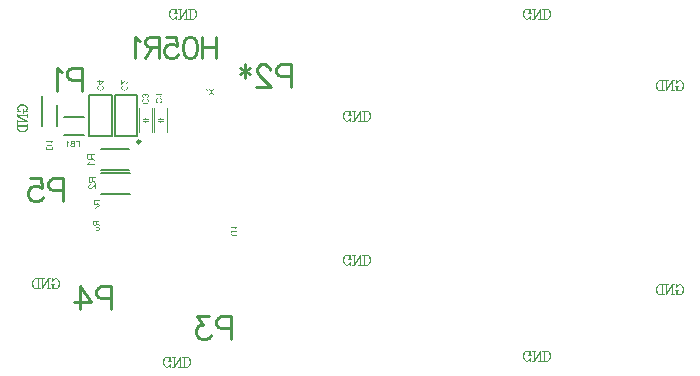
<source format=gbr>
G04*
G04 #@! TF.GenerationSoftware,Altium Limited,Altium Designer,25.8.1 (18)*
G04*
G04 Layer_Color=32896*
%FSLAX44Y44*%
%MOMM*%
G71*
G04*
G04 #@! TF.SameCoordinates,1DE417C5-642A-4503-87AC-C91C357E1F8F*
G04*
G04*
G04 #@! TF.FilePolarity,Positive*
G04*
G01*
G75*
%ADD10C,0.2500*%
%ADD11C,0.2000*%
%ADD13C,0.1000*%
%ADD14C,0.0800*%
%ADD15C,0.2540*%
%ADD16C,0.0762*%
%ADD85C,0.1524*%
G36*
X-221613Y8769D02*
X-221644Y7907D01*
X-224527Y8011D01*
X-224567Y6895D01*
X-224562Y6802D01*
X-224565Y6718D01*
X-224559Y6650D01*
X-224553Y6599D01*
X-224554Y6565D01*
X-224546Y6548D01*
X-224546Y6539D01*
X-224501Y6394D01*
X-224478Y6325D01*
X-224446Y6265D01*
X-224423Y6213D01*
X-224399Y6178D01*
X-224391Y6153D01*
X-224383Y6144D01*
X-224326Y6066D01*
X-224270Y5987D01*
X-224197Y5909D01*
X-224123Y5838D01*
X-224066Y5777D01*
X-224009Y5733D01*
X-223976Y5698D01*
X-223959Y5688D01*
X-223836Y5582D01*
X-223696Y5476D01*
X-223556Y5369D01*
X-223416Y5263D01*
X-223292Y5173D01*
X-223235Y5129D01*
X-223185Y5093D01*
X-223152Y5067D01*
X-223119Y5049D01*
X-223103Y5031D01*
X-223094Y5031D01*
X-221781Y4128D01*
X-221821Y3046D01*
X-223538Y4234D01*
X-223719Y4368D01*
X-223884Y4501D01*
X-224032Y4625D01*
X-224146Y4739D01*
X-224244Y4844D01*
X-224317Y4914D01*
X-224358Y4967D01*
X-224375Y4976D01*
X-224374Y4984D01*
X-224431Y5062D01*
X-224487Y5141D01*
X-224591Y5314D01*
X-224630Y5391D01*
X-224662Y5452D01*
X-224677Y5494D01*
X-224685Y5512D01*
X-224717Y5343D01*
X-224756Y5184D01*
X-224804Y5042D01*
X-224851Y4908D01*
X-224906Y4783D01*
X-224961Y4667D01*
X-225016Y4567D01*
X-225070Y4476D01*
X-225123Y4402D01*
X-225176Y4336D01*
X-225221Y4278D01*
X-225256Y4229D01*
X-225291Y4196D01*
X-225318Y4164D01*
X-225327Y4155D01*
X-225336Y4147D01*
X-225431Y4074D01*
X-225527Y4002D01*
X-225631Y3946D01*
X-225725Y3899D01*
X-225923Y3830D01*
X-226110Y3786D01*
X-226272Y3758D01*
X-226340Y3752D01*
X-226400Y3746D01*
X-226451Y3739D01*
X-226484Y3740D01*
X-226510Y3741D01*
X-226518Y3742D01*
X-226712Y3757D01*
X-226897Y3798D01*
X-227065Y3846D01*
X-227206Y3902D01*
X-227323Y3957D01*
X-227414Y4002D01*
X-227448Y4021D01*
X-227472Y4038D01*
X-227481Y4047D01*
X-227489Y4047D01*
X-227637Y4163D01*
X-227768Y4286D01*
X-227874Y4408D01*
X-227954Y4530D01*
X-228018Y4634D01*
X-228057Y4720D01*
X-228073Y4754D01*
X-228080Y4780D01*
X-228088Y4789D01*
X-228088Y4797D01*
X-228119Y4883D01*
X-228141Y4985D01*
X-228175Y5198D01*
X-228201Y5419D01*
X-228210Y5631D01*
X-228215Y5733D01*
X-228220Y5826D01*
X-228217Y5902D01*
X-228223Y5978D01*
X-228113Y9004D01*
X-221613Y8769D01*
D02*
G37*
G36*
X-226489Y2674D02*
X-226434Y1851D01*
X-226655Y1842D01*
X-226842Y1815D01*
X-227005Y1762D01*
X-227151Y1699D01*
X-227254Y1644D01*
X-227341Y1588D01*
X-227385Y1555D01*
X-227402Y1539D01*
X-227525Y1408D01*
X-227615Y1259D01*
X-227680Y1101D01*
X-227728Y958D01*
X-227758Y833D01*
X-227768Y774D01*
X-227770Y723D01*
X-227780Y689D01*
X-227782Y630D01*
X-227772Y435D01*
X-227745Y257D01*
X-227700Y103D01*
X-227645Y-26D01*
X-227581Y-130D01*
X-227533Y-208D01*
X-227501Y-252D01*
X-227485Y-269D01*
X-227362Y-392D01*
X-227230Y-481D01*
X-227105Y-545D01*
X-226980Y-592D01*
X-226871Y-622D01*
X-226778Y-633D01*
X-226745Y-643D01*
X-226728Y-644D01*
X-226711Y-644D01*
X-226703Y-645D01*
X-226618Y-648D01*
X-226533Y-634D01*
X-226354Y-598D01*
X-226191Y-545D01*
X-226045Y-482D01*
X-225916Y-411D01*
X-225863Y-379D01*
X-225812Y-355D01*
X-225777Y-331D01*
X-225751Y-315D01*
X-225734Y-307D01*
X-225725Y-299D01*
X-225621Y-227D01*
X-225516Y-137D01*
X-225403Y-40D01*
X-225280Y66D01*
X-225044Y294D01*
X-224815Y523D01*
X-224710Y629D01*
X-224613Y736D01*
X-224525Y834D01*
X-224445Y916D01*
X-224384Y981D01*
X-224340Y1039D01*
X-224304Y1071D01*
X-224296Y1079D01*
X-224084Y1317D01*
X-223890Y1522D01*
X-223715Y1693D01*
X-223566Y1832D01*
X-223443Y1946D01*
X-223347Y2027D01*
X-223312Y2051D01*
X-223286Y2075D01*
X-223277Y2084D01*
X-223269Y2092D01*
X-223104Y2213D01*
X-222947Y2317D01*
X-222801Y2396D01*
X-222663Y2467D01*
X-222551Y2523D01*
X-222465Y2553D01*
X-222430Y2569D01*
X-222405Y2577D01*
X-222396Y2585D01*
X-222388Y2585D01*
X-222285Y2615D01*
X-222191Y2637D01*
X-222097Y2650D01*
X-222013Y2656D01*
X-221936Y2661D01*
X-221886Y2659D01*
X-221852Y2658D01*
X-221835Y2658D01*
X-221991Y-1645D01*
X-222760Y-1617D01*
X-222644Y1578D01*
X-222800Y1474D01*
X-222878Y1417D01*
X-222939Y1369D01*
X-223000Y1320D01*
X-223044Y1288D01*
X-223070Y1264D01*
X-223079Y1255D01*
X-223123Y1215D01*
X-223184Y1158D01*
X-223245Y1101D01*
X-223307Y1035D01*
X-223448Y888D01*
X-223589Y732D01*
X-223721Y593D01*
X-223783Y528D01*
X-223835Y479D01*
X-223871Y429D01*
X-223906Y397D01*
X-223923Y372D01*
X-223932Y364D01*
X-224073Y216D01*
X-224205Y69D01*
X-224320Y-54D01*
X-224434Y-177D01*
X-224540Y-283D01*
X-224645Y-381D01*
X-224733Y-470D01*
X-224812Y-544D01*
X-224882Y-617D01*
X-224943Y-675D01*
X-224996Y-723D01*
X-225040Y-764D01*
X-225074Y-788D01*
X-225101Y-813D01*
X-225110Y-829D01*
X-225118Y-829D01*
X-225275Y-950D01*
X-225431Y-1055D01*
X-225570Y-1143D01*
X-225691Y-1214D01*
X-225786Y-1270D01*
X-225863Y-1301D01*
X-225915Y-1325D01*
X-225932Y-1333D01*
X-226077Y-1378D01*
X-226214Y-1416D01*
X-226350Y-1436D01*
X-226461Y-1457D01*
X-226563Y-1462D01*
X-226639Y-1468D01*
X-226690Y-1466D01*
X-226707Y-1465D01*
X-226850Y-1452D01*
X-226985Y-1430D01*
X-227111Y-1400D01*
X-227228Y-1362D01*
X-227444Y-1261D01*
X-227544Y-1215D01*
X-227627Y-1161D01*
X-227709Y-1099D01*
X-227775Y-1054D01*
X-227833Y-1001D01*
X-227882Y-957D01*
X-227923Y-922D01*
X-227947Y-896D01*
X-227964Y-878D01*
X-227972Y-869D01*
X-228061Y-756D01*
X-228133Y-644D01*
X-228205Y-522D01*
X-228259Y-393D01*
X-228305Y-265D01*
X-228343Y-145D01*
X-228394Y94D01*
X-228415Y205D01*
X-228429Y307D01*
X-228434Y400D01*
X-228439Y485D01*
X-228445Y544D01*
X-228442Y637D01*
X-228427Y806D01*
X-228413Y966D01*
X-228382Y1118D01*
X-228344Y1252D01*
X-228305Y1386D01*
X-228258Y1502D01*
X-228212Y1611D01*
X-228166Y1711D01*
X-228112Y1802D01*
X-228067Y1876D01*
X-228022Y1942D01*
X-227986Y2000D01*
X-227951Y2041D01*
X-227924Y2074D01*
X-227915Y2091D01*
X-227907Y2099D01*
X-227810Y2197D01*
X-227705Y2278D01*
X-227593Y2350D01*
X-227472Y2413D01*
X-227360Y2469D01*
X-227240Y2515D01*
X-227009Y2583D01*
X-226906Y2613D01*
X-226804Y2635D01*
X-226719Y2648D01*
X-226642Y2663D01*
X-226574Y2669D01*
X-226532Y2667D01*
X-226498Y2674D01*
X-226489Y2674D01*
D02*
G37*
G36*
X-222808Y27993D02*
X-222829Y27130D01*
X-225712Y27202D01*
X-225740Y26086D01*
X-225734Y25992D01*
X-225736Y25908D01*
X-225729Y25840D01*
X-225722Y25789D01*
X-225723Y25755D01*
X-225714Y25738D01*
X-225715Y25730D01*
X-225667Y25585D01*
X-225644Y25516D01*
X-225611Y25456D01*
X-225587Y25405D01*
X-225563Y25371D01*
X-225555Y25345D01*
X-225547Y25336D01*
X-225489Y25259D01*
X-225432Y25181D01*
X-225358Y25103D01*
X-225283Y25034D01*
X-225226Y24973D01*
X-225168Y24929D01*
X-225135Y24895D01*
X-225118Y24886D01*
X-224993Y24781D01*
X-224852Y24676D01*
X-224711Y24571D01*
X-224570Y24466D01*
X-224445Y24378D01*
X-224387Y24335D01*
X-224337Y24299D01*
X-224304Y24273D01*
X-224270Y24256D01*
X-224254Y24238D01*
X-224245Y24238D01*
X-222922Y23351D01*
X-222949Y22269D01*
X-224680Y23437D01*
X-224863Y23568D01*
X-225029Y23699D01*
X-225178Y23821D01*
X-225294Y23934D01*
X-225393Y24038D01*
X-225467Y24107D01*
X-225508Y24159D01*
X-225525Y24168D01*
X-225525Y24177D01*
X-225582Y24254D01*
X-225639Y24332D01*
X-225745Y24504D01*
X-225785Y24581D01*
X-225818Y24641D01*
X-225834Y24683D01*
X-225842Y24701D01*
X-225871Y24532D01*
X-225909Y24372D01*
X-225955Y24230D01*
X-226000Y24095D01*
X-226054Y23970D01*
X-226108Y23853D01*
X-226161Y23752D01*
X-226214Y23661D01*
X-226267Y23586D01*
X-226319Y23519D01*
X-226363Y23461D01*
X-226398Y23411D01*
X-226433Y23378D01*
X-226459Y23345D01*
X-226467Y23337D01*
X-226476Y23329D01*
X-226571Y23255D01*
X-226666Y23181D01*
X-226769Y23124D01*
X-226863Y23076D01*
X-227059Y23005D01*
X-227247Y22958D01*
X-227408Y22929D01*
X-227476Y22922D01*
X-227535Y22915D01*
X-227586Y22908D01*
X-227620Y22908D01*
X-227646Y22909D01*
X-227654Y22909D01*
X-227848Y22922D01*
X-228034Y22961D01*
X-228202Y23007D01*
X-228344Y23062D01*
X-228461Y23115D01*
X-228553Y23160D01*
X-228587Y23178D01*
X-228612Y23195D01*
X-228620Y23204D01*
X-228628Y23204D01*
X-228778Y23318D01*
X-228910Y23439D01*
X-229017Y23561D01*
X-229099Y23681D01*
X-229164Y23784D01*
X-229204Y23870D01*
X-229220Y23904D01*
X-229228Y23930D01*
X-229236Y23938D01*
X-229236Y23947D01*
X-229268Y24032D01*
X-229291Y24134D01*
X-229328Y24347D01*
X-229356Y24567D01*
X-229368Y24779D01*
X-229374Y24881D01*
X-229380Y24974D01*
X-229378Y25050D01*
X-229385Y25126D01*
X-229310Y28154D01*
X-222808Y27993D01*
D02*
G37*
G36*
X-227094Y21254D02*
X-227157Y21112D01*
X-227228Y20970D01*
X-227299Y20828D01*
X-227370Y20702D01*
X-227432Y20594D01*
X-227485Y20502D01*
X-227503Y20469D01*
X-227520Y20444D01*
X-227529Y20436D01*
X-227529Y20427D01*
X-227635Y20261D01*
X-227740Y20119D01*
X-227836Y19986D01*
X-227924Y19878D01*
X-227993Y19796D01*
X-228054Y19729D01*
X-228089Y19696D01*
X-228098Y19680D01*
X-223016Y19554D01*
X-223035Y18759D01*
X-229563Y18921D01*
X-229550Y19436D01*
X-229387Y19525D01*
X-229233Y19632D01*
X-229077Y19746D01*
X-228948Y19853D01*
X-228827Y19960D01*
X-228740Y20043D01*
X-228706Y20075D01*
X-228680Y20100D01*
X-228671Y20117D01*
X-228662Y20125D01*
X-228496Y20316D01*
X-228348Y20507D01*
X-228208Y20706D01*
X-228093Y20881D01*
X-228005Y21040D01*
X-227961Y21106D01*
X-227934Y21165D01*
X-227908Y21206D01*
X-227890Y21240D01*
X-227872Y21265D01*
X-227872Y21273D01*
X-227094Y21254D01*
D02*
G37*
G36*
X-128703Y83582D02*
X-128621Y83462D01*
X-128523Y83342D01*
X-128433Y83237D01*
X-128343Y83146D01*
X-128275Y83071D01*
X-128245Y83048D01*
X-128222Y83026D01*
X-128215Y83018D01*
X-128207Y83011D01*
X-128049Y82883D01*
X-127891Y82763D01*
X-127741Y82657D01*
X-127591Y82575D01*
X-127463Y82500D01*
X-127410Y82470D01*
X-127365Y82447D01*
X-127327Y82424D01*
X-127297Y82417D01*
X-127282Y82402D01*
X-127275D01*
Y81785D01*
X-127388Y81831D01*
X-127500Y81883D01*
X-127613Y81936D01*
X-127718Y81988D01*
X-127809Y82034D01*
X-127884Y82071D01*
X-127929Y82101D01*
X-127936Y82109D01*
X-127944D01*
X-128079Y82191D01*
X-128200Y82274D01*
X-128305Y82349D01*
X-128388Y82417D01*
X-128463Y82470D01*
X-128508Y82515D01*
X-128546Y82545D01*
X-128553Y82552D01*
Y78485D01*
X-129192D01*
Y83710D01*
X-128779D01*
X-128703Y83582D01*
D02*
G37*
G36*
X-123674Y81176D02*
X-121666Y78485D01*
X-122493D01*
X-123809Y80289D01*
X-123839Y80334D01*
X-123877Y80387D01*
X-123959Y80507D01*
X-123997Y80567D01*
X-124027Y80612D01*
X-124050Y80643D01*
X-124057Y80650D01*
X-124132Y80537D01*
X-124200Y80432D01*
X-124230Y80394D01*
X-124245Y80364D01*
X-124260Y80342D01*
X-124268Y80334D01*
X-125583Y78485D01*
X-126433D01*
X-124486Y81207D01*
X-126290Y83688D01*
X-125538D01*
X-124501Y82304D01*
X-124410Y82191D01*
X-124335Y82086D01*
X-124260Y81981D01*
X-124200Y81898D01*
X-124147Y81823D01*
X-124110Y81763D01*
X-124087Y81733D01*
X-124080Y81718D01*
X-124027Y81808D01*
X-123967Y81906D01*
X-123899Y82011D01*
X-123832Y82116D01*
X-123764Y82206D01*
X-123719Y82282D01*
X-123696Y82312D01*
X-123681Y82334D01*
X-123666Y82342D01*
Y82349D01*
X-122719Y83688D01*
X-121899D01*
X-123674Y81176D01*
D02*
G37*
G36*
X-102675Y-33935D02*
X-102803Y-34010D01*
X-102923Y-34093D01*
X-103043Y-34191D01*
X-103149Y-34281D01*
X-103239Y-34371D01*
X-103314Y-34439D01*
X-103337Y-34469D01*
X-103359Y-34491D01*
X-103367Y-34499D01*
X-103374Y-34506D01*
X-103502Y-34664D01*
X-103622Y-34822D01*
X-103728Y-34973D01*
X-103810Y-35123D01*
X-103885Y-35251D01*
X-103916Y-35303D01*
X-103938Y-35348D01*
X-103961Y-35386D01*
X-103968Y-35416D01*
X-103983Y-35431D01*
Y-35439D01*
X-104600D01*
X-104555Y-35326D01*
X-104502Y-35213D01*
X-104449Y-35100D01*
X-104397Y-34995D01*
X-104352Y-34905D01*
X-104314Y-34830D01*
X-104284Y-34785D01*
X-104276Y-34777D01*
Y-34769D01*
X-104194Y-34634D01*
X-104111Y-34514D01*
X-104036Y-34409D01*
X-103968Y-34326D01*
X-103916Y-34251D01*
X-103870Y-34206D01*
X-103840Y-34168D01*
X-103833Y-34160D01*
X-107900D01*
Y-33521D01*
X-102675D01*
Y-33935D01*
D02*
G37*
G36*
X-102698Y-37506D02*
X-105705D01*
X-105878D01*
X-106043Y-37521D01*
X-106186Y-37536D01*
X-106321Y-37559D01*
X-106442Y-37581D01*
X-106554Y-37611D01*
X-106652Y-37634D01*
X-106735Y-37664D01*
X-106803Y-37694D01*
X-106870Y-37724D01*
X-106915Y-37754D01*
X-106960Y-37777D01*
X-106991Y-37799D01*
X-107013Y-37815D01*
X-107021Y-37822D01*
X-107028Y-37829D01*
X-107088Y-37897D01*
X-107141Y-37972D01*
X-107224Y-38138D01*
X-107284Y-38311D01*
X-107321Y-38491D01*
X-107351Y-38656D01*
X-107359Y-38724D01*
Y-38792D01*
X-107367Y-38837D01*
Y-38912D01*
X-107359Y-39070D01*
X-107336Y-39213D01*
X-107314Y-39348D01*
X-107276Y-39453D01*
X-107246Y-39544D01*
X-107224Y-39611D01*
X-107201Y-39649D01*
X-107194Y-39664D01*
X-107126Y-39769D01*
X-107043Y-39859D01*
X-106960Y-39935D01*
X-106885Y-39987D01*
X-106810Y-40032D01*
X-106757Y-40070D01*
X-106720Y-40085D01*
X-106705Y-40093D01*
X-106637Y-40115D01*
X-106569Y-40130D01*
X-106412Y-40160D01*
X-106246Y-40183D01*
X-106081Y-40198D01*
X-105938Y-40205D01*
X-105870D01*
X-105818Y-40213D01*
X-105773D01*
X-105735D01*
X-105712D01*
X-105705D01*
X-102698D01*
Y-40904D01*
X-105705D01*
X-105855D01*
X-105998Y-40897D01*
X-106133Y-40890D01*
X-106261Y-40874D01*
X-106374Y-40859D01*
X-106479Y-40844D01*
X-106577Y-40822D01*
X-106667Y-40807D01*
X-106750Y-40792D01*
X-106818Y-40769D01*
X-106878Y-40754D01*
X-106923Y-40739D01*
X-106960Y-40724D01*
X-106991Y-40717D01*
X-107006Y-40709D01*
X-107013D01*
X-107178Y-40626D01*
X-107329Y-40521D01*
X-107449Y-40416D01*
X-107554Y-40303D01*
X-107637Y-40205D01*
X-107697Y-40123D01*
X-107712Y-40093D01*
X-107727Y-40070D01*
X-107742Y-40055D01*
Y-40047D01*
X-107825Y-39859D01*
X-107885Y-39664D01*
X-107930Y-39461D01*
X-107960Y-39273D01*
X-107968Y-39190D01*
X-107976Y-39108D01*
X-107983Y-39032D01*
Y-38972D01*
X-107991Y-38920D01*
Y-38852D01*
X-107976Y-38581D01*
X-107960Y-38461D01*
X-107945Y-38348D01*
X-107923Y-38235D01*
X-107900Y-38138D01*
X-107878Y-38047D01*
X-107848Y-37965D01*
X-107818Y-37890D01*
X-107795Y-37829D01*
X-107773Y-37769D01*
X-107750Y-37724D01*
X-107727Y-37687D01*
X-107720Y-37664D01*
X-107705Y-37649D01*
Y-37641D01*
X-107592Y-37476D01*
X-107464Y-37341D01*
X-107344Y-37236D01*
X-107224Y-37145D01*
X-107118Y-37078D01*
X-107036Y-37032D01*
X-107006Y-37018D01*
X-106983Y-37002D01*
X-106968Y-36995D01*
X-106960D01*
X-106870Y-36965D01*
X-106772Y-36935D01*
X-106569Y-36890D01*
X-106359Y-36860D01*
X-106156Y-36837D01*
X-106066Y-36830D01*
X-105976Y-36822D01*
X-105900D01*
X-105833Y-36814D01*
X-105780D01*
X-105743D01*
X-105712D01*
X-105705D01*
X-102698D01*
Y-37506D01*
D02*
G37*
G36*
X-218486Y-10916D02*
X-218504Y-11607D01*
X-220811Y-11548D01*
X-220834Y-12435D01*
X-220829Y-12517D01*
X-220830Y-12578D01*
X-220824Y-12630D01*
X-220818Y-12668D01*
X-220818Y-12698D01*
X-220811Y-12713D01*
X-220812Y-12721D01*
X-220777Y-12842D01*
X-220756Y-12895D01*
X-220734Y-12941D01*
X-220713Y-12987D01*
X-220699Y-13017D01*
X-220692Y-13032D01*
X-220684Y-13040D01*
X-220641Y-13101D01*
X-220590Y-13163D01*
X-220480Y-13278D01*
X-220429Y-13332D01*
X-220385Y-13371D01*
X-220355Y-13395D01*
X-220348Y-13402D01*
X-220244Y-13480D01*
X-220134Y-13566D01*
X-220016Y-13651D01*
X-219905Y-13737D01*
X-219802Y-13807D01*
X-219720Y-13862D01*
X-219691Y-13885D01*
X-219669Y-13901D01*
X-219654Y-13916D01*
X-219646Y-13917D01*
X-218582Y-14628D01*
X-218604Y-15485D01*
X-219994Y-14555D01*
X-220141Y-14445D01*
X-220274Y-14344D01*
X-220384Y-14244D01*
X-220487Y-14158D01*
X-220561Y-14081D01*
X-220619Y-14020D01*
X-220656Y-13981D01*
X-220671Y-13966D01*
X-220714Y-13904D01*
X-220765Y-13835D01*
X-220844Y-13698D01*
X-220873Y-13637D01*
X-220902Y-13591D01*
X-220916Y-13561D01*
X-220923Y-13545D01*
X-220949Y-13680D01*
X-220975Y-13807D01*
X-221015Y-13919D01*
X-221048Y-14031D01*
X-221088Y-14128D01*
X-221136Y-14217D01*
X-221175Y-14298D01*
X-221215Y-14373D01*
X-221262Y-14432D01*
X-221301Y-14491D01*
X-221332Y-14535D01*
X-221363Y-14572D01*
X-221386Y-14601D01*
X-221409Y-14623D01*
X-221417Y-14631D01*
X-221425Y-14638D01*
X-221502Y-14696D01*
X-221578Y-14754D01*
X-221738Y-14841D01*
X-221898Y-14897D01*
X-222049Y-14938D01*
X-222178Y-14965D01*
X-222231Y-14971D01*
X-222283Y-14969D01*
X-222321Y-14976D01*
X-222351Y-14975D01*
X-222366Y-14975D01*
X-222374Y-14975D01*
X-222531Y-14963D01*
X-222673Y-14937D01*
X-222808Y-14896D01*
X-222920Y-14855D01*
X-223016Y-14808D01*
X-223090Y-14776D01*
X-223135Y-14744D01*
X-223142Y-14737D01*
X-223150Y-14736D01*
X-223268Y-14643D01*
X-223370Y-14550D01*
X-223458Y-14450D01*
X-223524Y-14358D01*
X-223574Y-14274D01*
X-223602Y-14206D01*
X-223624Y-14160D01*
X-223631Y-14152D01*
X-223631Y-14145D01*
X-223652Y-14077D01*
X-223672Y-13994D01*
X-223705Y-13827D01*
X-223723Y-13646D01*
X-223742Y-13480D01*
X-223745Y-13322D01*
X-223743Y-13255D01*
X-223749Y-13194D01*
X-223687Y-10782D01*
X-218486Y-10916D01*
D02*
G37*
G36*
X-219856Y-15641D02*
X-219914Y-17903D01*
X-218667Y-17935D01*
X-218683Y-18574D01*
X-219931Y-18542D01*
X-219949Y-19249D01*
X-220535Y-19234D01*
X-220517Y-18527D01*
X-223884Y-18441D01*
X-223871Y-17922D01*
X-220443Y-15626D01*
X-219856Y-15641D01*
D02*
G37*
G36*
X-219065Y-28924D02*
X-221372Y-28960D01*
X-221359Y-29847D01*
X-221350Y-29929D01*
X-221349Y-29989D01*
X-221341Y-30042D01*
X-221332Y-30079D01*
X-221332Y-30109D01*
X-221324Y-30124D01*
X-221324Y-30132D01*
X-221285Y-30252D01*
X-221261Y-30304D01*
X-221238Y-30348D01*
X-221215Y-30393D01*
X-221199Y-30423D01*
X-221192Y-30438D01*
X-221184Y-30445D01*
X-221138Y-30505D01*
X-221084Y-30564D01*
X-220970Y-30675D01*
X-220916Y-30727D01*
X-220871Y-30764D01*
X-220840Y-30786D01*
X-220833Y-30793D01*
X-220726Y-30867D01*
X-220612Y-30948D01*
X-220490Y-31029D01*
X-220376Y-31110D01*
X-220270Y-31176D01*
X-220187Y-31227D01*
X-220156Y-31249D01*
X-220133Y-31264D01*
X-220118Y-31279D01*
X-220111Y-31278D01*
X-219018Y-31946D01*
X-219004Y-32803D01*
X-220431Y-31930D01*
X-220583Y-31827D01*
X-220720Y-31732D01*
X-220835Y-31635D01*
X-220941Y-31555D01*
X-221017Y-31481D01*
X-221078Y-31421D01*
X-221117Y-31384D01*
X-221132Y-31370D01*
X-221178Y-31310D01*
X-221232Y-31243D01*
X-221316Y-31109D01*
X-221347Y-31049D01*
X-221378Y-31005D01*
X-221394Y-30975D01*
X-221401Y-30960D01*
X-221422Y-31096D01*
X-221442Y-31224D01*
X-221478Y-31337D01*
X-221507Y-31451D01*
X-221543Y-31549D01*
X-221586Y-31640D01*
X-221623Y-31723D01*
X-221659Y-31799D01*
X-221703Y-31860D01*
X-221740Y-31920D01*
X-221769Y-31966D01*
X-221799Y-32004D01*
X-221821Y-32034D01*
X-221843Y-32057D01*
X-221850Y-32065D01*
X-221858Y-32073D01*
X-221932Y-32134D01*
X-222006Y-32195D01*
X-222163Y-32288D01*
X-222320Y-32350D01*
X-222469Y-32398D01*
X-222597Y-32430D01*
X-222649Y-32438D01*
X-222702Y-32439D01*
X-222739Y-32447D01*
X-222769Y-32448D01*
X-222784Y-32448D01*
X-222792Y-32448D01*
X-222950Y-32443D01*
X-223093Y-32423D01*
X-223229Y-32387D01*
X-223342Y-32351D01*
X-223441Y-32308D01*
X-223516Y-32279D01*
X-223562Y-32249D01*
X-223570Y-32242D01*
X-223577Y-32242D01*
X-223699Y-32154D01*
X-223805Y-32065D01*
X-223897Y-31969D01*
X-223966Y-31880D01*
X-224020Y-31798D01*
X-224051Y-31731D01*
X-224074Y-31686D01*
X-224082Y-31679D01*
X-224082Y-31671D01*
X-224106Y-31604D01*
X-224130Y-31521D01*
X-224170Y-31356D01*
X-224195Y-31176D01*
X-224220Y-31011D01*
X-224230Y-30854D01*
X-224231Y-30786D01*
X-224240Y-30726D01*
X-224277Y-28313D01*
X-219075Y-28232D01*
X-219065Y-28924D01*
D02*
G37*
G36*
X-220238Y-33243D02*
X-220125Y-33264D01*
X-219913Y-33328D01*
X-219732Y-33408D01*
X-219648Y-33452D01*
X-219580Y-33496D01*
X-219512Y-33532D01*
X-219451Y-33577D01*
X-219405Y-33614D01*
X-219367Y-33651D01*
X-219336Y-33680D01*
X-219306Y-33695D01*
X-219298Y-33710D01*
X-219291Y-33717D01*
X-219222Y-33806D01*
X-219160Y-33895D01*
X-219106Y-33992D01*
X-219059Y-34089D01*
X-218989Y-34276D01*
X-218941Y-34464D01*
X-218917Y-34546D01*
X-218908Y-34628D01*
X-218900Y-34696D01*
X-218891Y-34756D01*
X-218883Y-34808D01*
X-218882Y-34876D01*
X-218887Y-35034D01*
X-218907Y-35185D01*
X-218935Y-35328D01*
X-218971Y-35457D01*
X-219021Y-35578D01*
X-219072Y-35691D01*
X-219123Y-35797D01*
X-219182Y-35888D01*
X-219241Y-35972D01*
X-219292Y-36048D01*
X-219351Y-36109D01*
X-219396Y-36162D01*
X-219433Y-36200D01*
X-219462Y-36231D01*
X-219485Y-36247D01*
X-219492Y-36254D01*
X-219589Y-36331D01*
X-219693Y-36393D01*
X-219790Y-36454D01*
X-219894Y-36501D01*
X-220096Y-36579D01*
X-220291Y-36627D01*
X-220373Y-36644D01*
X-220456Y-36660D01*
X-220523Y-36669D01*
X-220583Y-36677D01*
X-220636Y-36685D01*
X-220673Y-36686D01*
X-220696Y-36686D01*
X-220703Y-36686D01*
X-220839Y-36681D01*
X-220967Y-36668D01*
X-221095Y-36648D01*
X-221208Y-36619D01*
X-221314Y-36583D01*
X-221420Y-36547D01*
X-221511Y-36504D01*
X-221594Y-36467D01*
X-221670Y-36423D01*
X-221738Y-36379D01*
X-221791Y-36342D01*
X-221845Y-36306D01*
X-221883Y-36276D01*
X-221906Y-36254D01*
X-221921Y-36239D01*
X-221929Y-36232D01*
X-222013Y-36143D01*
X-222089Y-36054D01*
X-222151Y-35957D01*
X-222205Y-35860D01*
X-222259Y-35763D01*
X-222298Y-35666D01*
X-222354Y-35487D01*
X-222377Y-35404D01*
X-222394Y-35329D01*
X-222402Y-35262D01*
X-222411Y-35202D01*
X-222419Y-35157D01*
X-222422Y-34991D01*
X-222408Y-34901D01*
X-222373Y-34720D01*
X-222323Y-34554D01*
X-222265Y-34402D01*
X-222207Y-34281D01*
X-222178Y-34228D01*
X-222156Y-34183D01*
X-222134Y-34145D01*
X-222119Y-34122D01*
X-222112Y-34107D01*
X-222105Y-34099D01*
X-223506Y-34399D01*
X-223474Y-36481D01*
X-224083Y-36491D01*
X-224123Y-33905D01*
X-221454Y-33360D01*
X-221362Y-33960D01*
X-221444Y-34014D01*
X-221511Y-34082D01*
X-221577Y-34144D01*
X-221629Y-34204D01*
X-221666Y-34265D01*
X-221703Y-34311D01*
X-221717Y-34341D01*
X-221725Y-34349D01*
X-221768Y-34447D01*
X-221804Y-34546D01*
X-221826Y-34636D01*
X-221847Y-34727D01*
X-221853Y-34802D01*
X-221860Y-34862D01*
X-221857Y-35005D01*
X-221841Y-35095D01*
X-221801Y-35252D01*
X-221746Y-35387D01*
X-221692Y-35506D01*
X-221630Y-35596D01*
X-221576Y-35662D01*
X-221538Y-35699D01*
X-221530Y-35714D01*
X-221523Y-35714D01*
X-221394Y-35817D01*
X-221257Y-35891D01*
X-221113Y-35941D01*
X-220970Y-35976D01*
X-220849Y-35997D01*
X-220797Y-36004D01*
X-220752Y-36003D01*
X-220714Y-36010D01*
X-220684Y-36010D01*
X-220669Y-36009D01*
X-220661Y-36009D01*
X-220556Y-36007D01*
X-220459Y-35991D01*
X-220271Y-35950D01*
X-220114Y-35895D01*
X-219987Y-35841D01*
X-219883Y-35779D01*
X-219801Y-35725D01*
X-219779Y-35702D01*
X-219756Y-35687D01*
X-219749Y-35679D01*
X-219742Y-35672D01*
X-219682Y-35610D01*
X-219631Y-35549D01*
X-219543Y-35413D01*
X-219485Y-35284D01*
X-219449Y-35156D01*
X-219420Y-35050D01*
X-219414Y-34960D01*
X-219407Y-34929D01*
X-219408Y-34884D01*
X-219418Y-34742D01*
X-219450Y-34614D01*
X-219489Y-34502D01*
X-219536Y-34413D01*
X-219582Y-34331D01*
X-219620Y-34271D01*
X-219651Y-34241D01*
X-219659Y-34227D01*
X-219765Y-34138D01*
X-219879Y-34065D01*
X-220008Y-34006D01*
X-220122Y-33963D01*
X-220235Y-33935D01*
X-220318Y-33913D01*
X-220356Y-33907D01*
X-220378Y-33899D01*
X-220393Y-33900D01*
X-220401Y-33900D01*
X-220359Y-33230D01*
X-220238Y-33243D01*
D02*
G37*
G36*
X-246260Y39315D02*
X-246177Y39195D01*
X-246080Y39074D01*
X-245989Y38969D01*
X-245899Y38879D01*
X-245832Y38804D01*
X-245801Y38781D01*
X-245779Y38758D01*
X-245771Y38751D01*
X-245764Y38743D01*
X-245606Y38616D01*
X-245448Y38495D01*
X-245298Y38390D01*
X-245147Y38307D01*
X-245019Y38232D01*
X-244967Y38202D01*
X-244922Y38180D01*
X-244884Y38157D01*
X-244854Y38149D01*
X-244839Y38134D01*
X-244832D01*
Y37518D01*
X-244944Y37563D01*
X-245057Y37616D01*
X-245170Y37668D01*
X-245275Y37721D01*
X-245365Y37766D01*
X-245441Y37804D01*
X-245486Y37834D01*
X-245493Y37841D01*
X-245501D01*
X-245636Y37924D01*
X-245756Y38007D01*
X-245861Y38082D01*
X-245944Y38149D01*
X-246019Y38202D01*
X-246064Y38247D01*
X-246102Y38277D01*
X-246110Y38285D01*
Y34217D01*
X-246749D01*
Y39443D01*
X-246335D01*
X-246260Y39315D01*
D02*
G37*
G36*
X-235343Y34217D02*
X-236035D01*
Y36578D01*
X-238479D01*
Y37195D01*
X-236035D01*
Y38804D01*
X-238862D01*
Y39420D01*
X-235343D01*
Y34217D01*
D02*
G37*
G36*
X-239727D02*
X-241711D01*
X-241892Y34225D01*
X-242050Y34232D01*
X-242193Y34247D01*
X-242313Y34262D01*
X-242411Y34278D01*
X-242486Y34285D01*
X-242531Y34300D01*
X-242546D01*
X-242674Y34338D01*
X-242779Y34375D01*
X-242877Y34420D01*
X-242959Y34465D01*
X-243027Y34495D01*
X-243080Y34526D01*
X-243110Y34548D01*
X-243117Y34556D01*
X-243200Y34623D01*
X-243275Y34706D01*
X-243335Y34789D01*
X-243396Y34864D01*
X-243441Y34939D01*
X-243471Y34992D01*
X-243493Y35029D01*
X-243501Y35044D01*
X-243553Y35165D01*
X-243591Y35285D01*
X-243621Y35398D01*
X-243636Y35503D01*
X-243651Y35593D01*
X-243659Y35668D01*
Y35714D01*
Y35721D01*
Y35729D01*
X-243651Y35894D01*
X-243621Y36044D01*
X-243576Y36172D01*
X-243531Y36292D01*
X-243486Y36383D01*
X-243441Y36450D01*
X-243410Y36495D01*
X-243403Y36511D01*
X-243298Y36631D01*
X-243185Y36728D01*
X-243057Y36811D01*
X-242944Y36879D01*
X-242839Y36932D01*
X-242749Y36962D01*
X-242719Y36977D01*
X-242696Y36984D01*
X-242681Y36992D01*
X-242674D01*
X-242801Y37067D01*
X-242914Y37142D01*
X-243004Y37225D01*
X-243080Y37300D01*
X-243140Y37360D01*
X-243185Y37420D01*
X-243207Y37450D01*
X-243215Y37465D01*
X-243275Y37578D01*
X-243320Y37683D01*
X-243358Y37789D01*
X-243381Y37886D01*
X-243396Y37969D01*
X-243403Y38037D01*
Y38074D01*
Y38089D01*
X-243396Y38217D01*
X-243373Y38345D01*
X-243335Y38458D01*
X-243298Y38563D01*
X-243260Y38653D01*
X-243223Y38713D01*
X-243200Y38758D01*
X-243193Y38774D01*
X-243110Y38886D01*
X-243020Y38991D01*
X-242922Y39074D01*
X-242832Y39142D01*
X-242756Y39195D01*
X-242689Y39232D01*
X-242644Y39255D01*
X-242636Y39262D01*
X-242629D01*
X-242486Y39315D01*
X-242328Y39352D01*
X-242170Y39383D01*
X-242020Y39397D01*
X-241884Y39413D01*
X-241824D01*
X-241772Y39420D01*
X-239727D01*
Y34217D01*
D02*
G37*
G36*
X-258753Y38842D02*
X-258881Y38767D01*
X-259001Y38684D01*
X-259122Y38586D01*
X-259227Y38496D01*
X-259317Y38406D01*
X-259392Y38338D01*
X-259415Y38308D01*
X-259438Y38285D01*
X-259445Y38278D01*
X-259452Y38270D01*
X-259580Y38112D01*
X-259701Y37955D01*
X-259806Y37804D01*
X-259889Y37654D01*
X-259964Y37526D01*
X-259994Y37473D01*
X-260016Y37428D01*
X-260039Y37391D01*
X-260047Y37361D01*
X-260061Y37346D01*
Y37338D01*
X-260678D01*
X-260633Y37451D01*
X-260580Y37564D01*
X-260528Y37676D01*
X-260475Y37782D01*
X-260430Y37872D01*
X-260392Y37947D01*
X-260362Y37992D01*
X-260355Y38000D01*
Y38007D01*
X-260272Y38142D01*
X-260189Y38263D01*
X-260114Y38368D01*
X-260047Y38451D01*
X-259994Y38526D01*
X-259949Y38571D01*
X-259919Y38609D01*
X-259911Y38616D01*
X-263979D01*
Y39255D01*
X-258753D01*
Y38842D01*
D02*
G37*
G36*
X-261099Y36158D02*
X-260866Y36135D01*
X-260655Y36098D01*
X-260558Y36082D01*
X-260475Y36060D01*
X-260392Y36037D01*
X-260325Y36022D01*
X-260264Y36007D01*
X-260212Y35985D01*
X-260167Y35977D01*
X-260137Y35962D01*
X-260122Y35955D01*
X-260114D01*
X-259919Y35872D01*
X-259746Y35774D01*
X-259595Y35669D01*
X-259468Y35571D01*
X-259362Y35481D01*
X-259287Y35406D01*
X-259265Y35376D01*
X-259242Y35353D01*
X-259235Y35346D01*
X-259227Y35338D01*
X-259129Y35218D01*
X-259054Y35090D01*
X-258986Y34962D01*
X-258934Y34842D01*
X-258896Y34737D01*
X-258874Y34654D01*
X-258859Y34624D01*
Y34601D01*
X-258851Y34586D01*
Y34579D01*
X-258829Y34451D01*
X-258806Y34301D01*
X-258791Y34150D01*
X-258783Y34000D01*
X-258776Y33865D01*
Y31865D01*
X-263979D01*
Y33737D01*
X-263971Y33910D01*
X-263964Y34068D01*
X-263948Y34210D01*
X-263934Y34331D01*
X-263918Y34436D01*
X-263911Y34511D01*
X-263903Y34534D01*
X-263896Y34556D01*
Y34571D01*
X-263858Y34707D01*
X-263813Y34827D01*
X-263776Y34932D01*
X-263731Y35022D01*
X-263693Y35098D01*
X-263663Y35150D01*
X-263640Y35180D01*
X-263633Y35195D01*
X-263565Y35293D01*
X-263482Y35376D01*
X-263407Y35459D01*
X-263332Y35526D01*
X-263264Y35586D01*
X-263212Y35631D01*
X-263174Y35661D01*
X-263159Y35669D01*
X-263039Y35744D01*
X-262911Y35819D01*
X-262791Y35879D01*
X-262670Y35925D01*
X-262565Y35970D01*
X-262482Y36000D01*
X-262452Y36007D01*
X-262430Y36015D01*
X-262415Y36022D01*
X-262407D01*
X-262227Y36068D01*
X-262046Y36105D01*
X-261873Y36128D01*
X-261708Y36150D01*
X-261565Y36158D01*
X-261505D01*
X-261452Y36165D01*
X-261415D01*
X-261377D01*
X-261362D01*
X-261355D01*
X-261099Y36158D01*
D02*
G37*
G36*
X-218953Y89943D02*
X-215585D01*
Y89424D01*
X-218953Y87040D01*
X-219539D01*
Y89303D01*
X-220787D01*
Y89943D01*
X-219539D01*
Y90649D01*
X-218953D01*
Y89943D01*
D02*
G37*
G36*
X-218968Y85980D02*
X-219088Y85950D01*
X-219201Y85913D01*
X-219306Y85875D01*
X-219404Y85837D01*
X-219494Y85792D01*
X-219569Y85747D01*
X-219645Y85695D01*
X-219712Y85649D01*
X-219772Y85612D01*
X-219818Y85567D01*
X-219863Y85529D01*
X-219900Y85499D01*
X-219923Y85469D01*
X-219945Y85447D01*
X-219953Y85439D01*
X-219960Y85431D01*
X-220021Y85356D01*
X-220066Y85274D01*
X-220148Y85108D01*
X-220208Y84950D01*
X-220246Y84792D01*
X-220276Y84657D01*
X-220284Y84604D01*
Y84552D01*
X-220291Y84507D01*
Y84454D01*
X-220284Y84281D01*
X-220254Y84116D01*
X-220216Y83965D01*
X-220171Y83830D01*
X-220126Y83725D01*
X-220103Y83680D01*
X-220088Y83642D01*
X-220073Y83612D01*
X-220058Y83589D01*
X-220051Y83574D01*
Y83567D01*
X-219945Y83424D01*
X-219832Y83304D01*
X-219705Y83198D01*
X-219584Y83116D01*
X-219479Y83048D01*
X-219389Y83003D01*
X-219351Y82988D01*
X-219329Y82973D01*
X-219314Y82965D01*
X-219306D01*
X-219111Y82905D01*
X-218915Y82860D01*
X-218720Y82823D01*
X-218539Y82800D01*
X-218457Y82793D01*
X-218382Y82785D01*
X-218314D01*
X-218261Y82778D01*
X-218216D01*
X-218179D01*
X-218156D01*
X-218148D01*
X-217953Y82785D01*
X-217773Y82800D01*
X-217607Y82830D01*
X-217457Y82860D01*
X-217329Y82883D01*
X-217276Y82898D01*
X-217231Y82913D01*
X-217194Y82920D01*
X-217171Y82928D01*
X-217156Y82935D01*
X-217148D01*
X-216975Y83011D01*
X-216818Y83093D01*
X-216690Y83183D01*
X-216577Y83281D01*
X-216487Y83364D01*
X-216427Y83432D01*
X-216389Y83484D01*
X-216374Y83492D01*
Y83499D01*
X-216276Y83657D01*
X-216201Y83830D01*
X-216148Y83995D01*
X-216118Y84153D01*
X-216096Y84296D01*
X-216088Y84356D01*
Y84409D01*
X-216081Y84446D01*
Y84507D01*
X-216088Y84695D01*
X-216118Y84868D01*
X-216164Y85010D01*
X-216209Y85138D01*
X-216261Y85236D01*
X-216299Y85311D01*
X-216329Y85356D01*
X-216344Y85371D01*
X-216457Y85492D01*
X-216585Y85604D01*
X-216720Y85695D01*
X-216855Y85770D01*
X-216975Y85830D01*
X-217036Y85852D01*
X-217081Y85868D01*
X-217118Y85883D01*
X-217148Y85898D01*
X-217164Y85905D01*
X-217171D01*
X-217013Y86582D01*
X-216878Y86537D01*
X-216758Y86491D01*
X-216645Y86431D01*
X-216532Y86379D01*
X-216434Y86319D01*
X-216344Y86251D01*
X-216254Y86191D01*
X-216179Y86131D01*
X-216118Y86070D01*
X-216058Y86018D01*
X-216006Y85965D01*
X-215968Y85928D01*
X-215931Y85890D01*
X-215908Y85860D01*
X-215900Y85845D01*
X-215893Y85837D01*
X-215825Y85732D01*
X-215758Y85627D01*
X-215705Y85522D01*
X-215660Y85409D01*
X-215592Y85183D01*
X-215547Y84980D01*
X-215525Y84883D01*
X-215517Y84800D01*
X-215509Y84717D01*
X-215502Y84649D01*
X-215494Y84597D01*
Y84522D01*
X-215509Y84274D01*
X-215547Y84033D01*
X-215592Y83822D01*
X-215622Y83725D01*
X-215652Y83635D01*
X-215682Y83552D01*
X-215712Y83477D01*
X-215735Y83417D01*
X-215758Y83356D01*
X-215780Y83319D01*
X-215795Y83289D01*
X-215803Y83266D01*
X-215810Y83259D01*
X-215938Y83056D01*
X-216088Y82883D01*
X-216239Y82732D01*
X-216389Y82605D01*
X-216524Y82507D01*
X-216585Y82469D01*
X-216637Y82439D01*
X-216675Y82409D01*
X-216705Y82394D01*
X-216727Y82387D01*
X-216735Y82379D01*
X-216968Y82274D01*
X-217209Y82198D01*
X-217449Y82146D01*
X-217667Y82108D01*
X-217765Y82093D01*
X-217863Y82086D01*
X-217938Y82078D01*
X-218013D01*
X-218066Y82071D01*
X-218111D01*
X-218141D01*
X-218148D01*
X-218419Y82086D01*
X-218682Y82116D01*
X-218915Y82153D01*
X-219028Y82184D01*
X-219126Y82206D01*
X-219216Y82229D01*
X-219299Y82259D01*
X-219374Y82281D01*
X-219434Y82296D01*
X-219479Y82319D01*
X-219517Y82326D01*
X-219539Y82341D01*
X-219547D01*
X-219772Y82454D01*
X-219975Y82582D01*
X-220148Y82717D01*
X-220216Y82785D01*
X-220284Y82845D01*
X-220344Y82905D01*
X-220396Y82965D01*
X-220441Y83018D01*
X-220472Y83063D01*
X-220502Y83093D01*
X-220524Y83123D01*
X-220532Y83138D01*
X-220539Y83146D01*
X-220599Y83251D01*
X-220652Y83356D01*
X-220735Y83582D01*
X-220795Y83807D01*
X-220833Y84025D01*
X-220847Y84131D01*
X-220863Y84221D01*
X-220870Y84304D01*
Y84371D01*
X-220878Y84431D01*
Y84514D01*
X-220870Y84665D01*
X-220855Y84807D01*
X-220840Y84943D01*
X-220810Y85071D01*
X-220772Y85191D01*
X-220735Y85304D01*
X-220697Y85409D01*
X-220652Y85507D01*
X-220614Y85589D01*
X-220577Y85672D01*
X-220539Y85732D01*
X-220502Y85792D01*
X-220472Y85830D01*
X-220457Y85868D01*
X-220441Y85883D01*
X-220434Y85890D01*
X-220344Y85995D01*
X-220254Y86086D01*
X-220148Y86168D01*
X-220043Y86251D01*
X-219832Y86386D01*
X-219622Y86491D01*
X-219524Y86537D01*
X-219434Y86574D01*
X-219351Y86604D01*
X-219284Y86627D01*
X-219223Y86649D01*
X-219178Y86664D01*
X-219148Y86672D01*
X-219141D01*
X-218968Y85980D01*
D02*
G37*
G36*
X-180973Y79223D02*
X-180808Y79193D01*
X-180665Y79148D01*
X-180545Y79103D01*
X-180447Y79058D01*
X-180372Y79012D01*
X-180327Y78982D01*
X-180312Y78975D01*
X-180199Y78870D01*
X-180101Y78757D01*
X-180026Y78636D01*
X-179966Y78516D01*
X-179921Y78411D01*
X-179890Y78328D01*
X-179883Y78298D01*
X-179876Y78276D01*
X-179868Y78261D01*
Y78253D01*
X-179800Y78381D01*
X-179733Y78486D01*
X-179657Y78576D01*
X-179590Y78652D01*
X-179530Y78712D01*
X-179477Y78757D01*
X-179447Y78779D01*
X-179432Y78787D01*
X-179327Y78847D01*
X-179221Y78892D01*
X-179116Y78930D01*
X-179018Y78952D01*
X-178936Y78967D01*
X-178876Y78975D01*
X-178830D01*
X-178815D01*
X-178688Y78967D01*
X-178560Y78945D01*
X-178447Y78915D01*
X-178349Y78877D01*
X-178267Y78840D01*
X-178199Y78809D01*
X-178161Y78787D01*
X-178146Y78779D01*
X-178034Y78704D01*
X-177936Y78614D01*
X-177853Y78524D01*
X-177778Y78433D01*
X-177725Y78358D01*
X-177680Y78291D01*
X-177658Y78246D01*
X-177650Y78238D01*
Y78231D01*
X-177590Y78095D01*
X-177545Y77960D01*
X-177507Y77825D01*
X-177485Y77704D01*
X-177470Y77607D01*
X-177462Y77524D01*
Y77336D01*
X-177477Y77231D01*
X-177515Y77028D01*
X-177575Y76855D01*
X-177635Y76704D01*
X-177673Y76637D01*
X-177703Y76584D01*
X-177733Y76531D01*
X-177763Y76494D01*
X-177785Y76464D01*
X-177800Y76441D01*
X-177808Y76426D01*
X-177815Y76419D01*
X-177958Y76276D01*
X-178116Y76163D01*
X-178282Y76073D01*
X-178447Y75998D01*
X-178590Y75953D01*
X-178650Y75930D01*
X-178703Y75915D01*
X-178748Y75907D01*
X-178778Y75900D01*
X-178800Y75892D01*
X-178808D01*
X-178921Y76531D01*
X-178755Y76561D01*
X-178612Y76607D01*
X-178492Y76659D01*
X-178394Y76712D01*
X-178319Y76764D01*
X-178267Y76810D01*
X-178229Y76840D01*
X-178221Y76847D01*
X-178146Y76945D01*
X-178086Y77050D01*
X-178048Y77148D01*
X-178018Y77246D01*
X-178003Y77336D01*
X-177988Y77403D01*
Y77464D01*
X-177996Y77599D01*
X-178026Y77719D01*
X-178064Y77825D01*
X-178101Y77915D01*
X-178146Y77982D01*
X-178184Y78035D01*
X-178214Y78073D01*
X-178221Y78080D01*
X-178312Y78163D01*
X-178409Y78223D01*
X-178507Y78261D01*
X-178597Y78291D01*
X-178680Y78306D01*
X-178740Y78321D01*
X-178785D01*
X-178793D01*
X-178800D01*
X-178883D01*
X-178958Y78306D01*
X-179086Y78268D01*
X-179199Y78215D01*
X-179296Y78155D01*
X-179364Y78095D01*
X-179417Y78043D01*
X-179447Y78005D01*
X-179454Y77997D01*
Y77990D01*
X-179522Y77862D01*
X-179575Y77742D01*
X-179612Y77614D01*
X-179635Y77501D01*
X-179650Y77403D01*
X-179665Y77321D01*
Y77223D01*
X-179657Y77193D01*
Y77155D01*
X-180221Y77080D01*
X-180199Y77178D01*
X-180184Y77268D01*
X-180169Y77343D01*
X-180161Y77411D01*
X-180154Y77464D01*
Y77531D01*
X-180169Y77689D01*
X-180199Y77832D01*
X-180244Y77960D01*
X-180296Y78065D01*
X-180349Y78148D01*
X-180394Y78208D01*
X-180424Y78246D01*
X-180439Y78261D01*
X-180552Y78358D01*
X-180672Y78433D01*
X-180793Y78486D01*
X-180913Y78516D01*
X-181011Y78539D01*
X-181093Y78546D01*
X-181124Y78554D01*
X-181146D01*
X-181161D01*
X-181169D01*
X-181334Y78539D01*
X-181484Y78501D01*
X-181612Y78456D01*
X-181725Y78396D01*
X-181815Y78336D01*
X-181883Y78291D01*
X-181928Y78253D01*
X-181943Y78238D01*
X-182048Y78118D01*
X-182124Y77990D01*
X-182176Y77862D01*
X-182214Y77742D01*
X-182236Y77637D01*
X-182244Y77554D01*
X-182251Y77524D01*
Y77479D01*
X-182244Y77343D01*
X-182214Y77216D01*
X-182176Y77103D01*
X-182131Y77013D01*
X-182093Y76937D01*
X-182056Y76877D01*
X-182026Y76847D01*
X-182018Y76832D01*
X-181913Y76742D01*
X-181793Y76667D01*
X-181665Y76599D01*
X-181530Y76546D01*
X-181417Y76509D01*
X-181364Y76494D01*
X-181319Y76486D01*
X-181281Y76479D01*
X-181251Y76471D01*
X-181236Y76464D01*
X-181229D01*
X-181311Y75825D01*
X-181432Y75840D01*
X-181544Y75862D01*
X-181755Y75930D01*
X-181936Y76013D01*
X-182011Y76058D01*
X-182086Y76103D01*
X-182153Y76148D01*
X-182206Y76193D01*
X-182259Y76231D01*
X-182296Y76268D01*
X-182327Y76291D01*
X-182349Y76313D01*
X-182364Y76328D01*
X-182372Y76336D01*
X-182439Y76426D01*
X-182507Y76516D01*
X-182560Y76607D01*
X-182605Y76704D01*
X-182680Y76892D01*
X-182725Y77073D01*
X-182740Y77155D01*
X-182755Y77231D01*
X-182763Y77298D01*
X-182770Y77358D01*
X-182778Y77403D01*
Y77471D01*
X-182770Y77614D01*
X-182755Y77742D01*
X-182733Y77870D01*
X-182702Y77990D01*
X-182665Y78103D01*
X-182627Y78200D01*
X-182582Y78298D01*
X-182537Y78381D01*
X-182499Y78464D01*
X-182454Y78531D01*
X-182417Y78591D01*
X-182379Y78636D01*
X-182349Y78674D01*
X-182327Y78704D01*
X-182311Y78719D01*
X-182304Y78727D01*
X-182214Y78817D01*
X-182116Y78892D01*
X-182018Y78960D01*
X-181921Y79020D01*
X-181830Y79065D01*
X-181733Y79110D01*
X-181552Y79170D01*
X-181469Y79185D01*
X-181394Y79200D01*
X-181327Y79215D01*
X-181266Y79223D01*
X-181221Y79230D01*
X-181184D01*
X-181161D01*
X-181154D01*
X-180973Y79223D01*
D02*
G37*
G36*
X-180868Y74539D02*
X-180988Y74509D01*
X-181101Y74471D01*
X-181206Y74434D01*
X-181304Y74396D01*
X-181394Y74351D01*
X-181469Y74306D01*
X-181544Y74253D01*
X-181612Y74208D01*
X-181672Y74171D01*
X-181717Y74125D01*
X-181763Y74088D01*
X-181800Y74058D01*
X-181823Y74028D01*
X-181845Y74005D01*
X-181853Y73998D01*
X-181860Y73990D01*
X-181921Y73915D01*
X-181966Y73832D01*
X-182048Y73667D01*
X-182108Y73509D01*
X-182146Y73351D01*
X-182176Y73216D01*
X-182184Y73163D01*
Y73110D01*
X-182191Y73065D01*
Y73013D01*
X-182184Y72840D01*
X-182153Y72674D01*
X-182116Y72524D01*
X-182071Y72389D01*
X-182026Y72284D01*
X-182003Y72238D01*
X-181988Y72201D01*
X-181973Y72171D01*
X-181958Y72148D01*
X-181950Y72133D01*
Y72126D01*
X-181845Y71983D01*
X-181733Y71863D01*
X-181605Y71757D01*
X-181484Y71674D01*
X-181379Y71607D01*
X-181289Y71562D01*
X-181251Y71547D01*
X-181229Y71532D01*
X-181214Y71524D01*
X-181206D01*
X-181011Y71464D01*
X-180815Y71419D01*
X-180620Y71381D01*
X-180439Y71359D01*
X-180357Y71351D01*
X-180282Y71344D01*
X-180214D01*
X-180161Y71336D01*
X-180116D01*
X-180079D01*
X-180056D01*
X-180048D01*
X-179853Y71344D01*
X-179673Y71359D01*
X-179507Y71389D01*
X-179357Y71419D01*
X-179229Y71441D01*
X-179176Y71456D01*
X-179131Y71472D01*
X-179093Y71479D01*
X-179071Y71487D01*
X-179056Y71494D01*
X-179048D01*
X-178876Y71569D01*
X-178718Y71652D01*
X-178590Y71742D01*
X-178477Y71840D01*
X-178387Y71923D01*
X-178327Y71990D01*
X-178289Y72043D01*
X-178274Y72050D01*
Y72058D01*
X-178176Y72216D01*
X-178101Y72389D01*
X-178048Y72554D01*
X-178018Y72712D01*
X-177996Y72855D01*
X-177988Y72915D01*
Y72968D01*
X-177981Y73005D01*
Y73065D01*
X-177988Y73253D01*
X-178018Y73426D01*
X-178064Y73569D01*
X-178109Y73697D01*
X-178161Y73795D01*
X-178199Y73870D01*
X-178229Y73915D01*
X-178244Y73930D01*
X-178357Y74050D01*
X-178485Y74163D01*
X-178620Y74253D01*
X-178755Y74328D01*
X-178876Y74389D01*
X-178936Y74411D01*
X-178981Y74426D01*
X-179018Y74441D01*
X-179048Y74456D01*
X-179063Y74464D01*
X-179071D01*
X-178913Y75141D01*
X-178778Y75095D01*
X-178657Y75050D01*
X-178545Y74990D01*
X-178432Y74938D01*
X-178334Y74877D01*
X-178244Y74810D01*
X-178154Y74749D01*
X-178079Y74689D01*
X-178018Y74629D01*
X-177958Y74577D01*
X-177906Y74524D01*
X-177868Y74486D01*
X-177831Y74449D01*
X-177808Y74419D01*
X-177800Y74404D01*
X-177793Y74396D01*
X-177725Y74291D01*
X-177658Y74186D01*
X-177605Y74080D01*
X-177560Y73968D01*
X-177492Y73742D01*
X-177447Y73539D01*
X-177425Y73441D01*
X-177417Y73359D01*
X-177409Y73276D01*
X-177402Y73208D01*
X-177394Y73156D01*
Y73080D01*
X-177409Y72832D01*
X-177447Y72592D01*
X-177492Y72381D01*
X-177522Y72284D01*
X-177552Y72193D01*
X-177582Y72111D01*
X-177612Y72035D01*
X-177635Y71975D01*
X-177658Y71915D01*
X-177680Y71877D01*
X-177695Y71847D01*
X-177703Y71825D01*
X-177710Y71817D01*
X-177838Y71614D01*
X-177988Y71441D01*
X-178139Y71291D01*
X-178289Y71163D01*
X-178424Y71066D01*
X-178485Y71028D01*
X-178537Y70998D01*
X-178575Y70968D01*
X-178605Y70953D01*
X-178627Y70945D01*
X-178635Y70938D01*
X-178868Y70832D01*
X-179109Y70757D01*
X-179349Y70705D01*
X-179567Y70667D01*
X-179665Y70652D01*
X-179763Y70644D01*
X-179838Y70637D01*
X-179913D01*
X-179966Y70629D01*
X-180011D01*
X-180041D01*
X-180048D01*
X-180319Y70644D01*
X-180582Y70675D01*
X-180815Y70712D01*
X-180928Y70742D01*
X-181026Y70765D01*
X-181116Y70787D01*
X-181199Y70817D01*
X-181274Y70840D01*
X-181334Y70855D01*
X-181379Y70878D01*
X-181417Y70885D01*
X-181439Y70900D01*
X-181447D01*
X-181672Y71013D01*
X-181875Y71141D01*
X-182048Y71276D01*
X-182116Y71344D01*
X-182184Y71404D01*
X-182244Y71464D01*
X-182296Y71524D01*
X-182341Y71577D01*
X-182372Y71622D01*
X-182402Y71652D01*
X-182424Y71682D01*
X-182432Y71697D01*
X-182439Y71705D01*
X-182499Y71810D01*
X-182552Y71915D01*
X-182635Y72141D01*
X-182695Y72366D01*
X-182733Y72584D01*
X-182747Y72689D01*
X-182763Y72780D01*
X-182770Y72862D01*
Y72930D01*
X-182778Y72990D01*
Y73073D01*
X-182770Y73223D01*
X-182755Y73366D01*
X-182740Y73502D01*
X-182710Y73629D01*
X-182672Y73750D01*
X-182635Y73862D01*
X-182597Y73968D01*
X-182552Y74065D01*
X-182514Y74148D01*
X-182477Y74231D01*
X-182439Y74291D01*
X-182402Y74351D01*
X-182372Y74389D01*
X-182356Y74426D01*
X-182341Y74441D01*
X-182334Y74449D01*
X-182244Y74554D01*
X-182153Y74644D01*
X-182048Y74727D01*
X-181943Y74810D01*
X-181733Y74945D01*
X-181522Y75050D01*
X-181424Y75095D01*
X-181334Y75133D01*
X-181251Y75163D01*
X-181184Y75186D01*
X-181124Y75208D01*
X-181078Y75223D01*
X-181048Y75231D01*
X-181041D01*
X-180868Y74539D01*
D02*
G37*
G36*
X-199851Y88070D02*
X-199723Y88161D01*
X-199670Y88206D01*
X-199618Y88243D01*
X-199573Y88281D01*
X-199543Y88311D01*
X-199520Y88334D01*
X-199513Y88341D01*
X-199475Y88379D01*
X-199437Y88424D01*
X-199340Y88529D01*
X-199227Y88649D01*
X-199114Y88777D01*
X-199016Y88897D01*
X-198971Y88950D01*
X-198926Y88995D01*
X-198896Y89033D01*
X-198873Y89063D01*
X-198858Y89078D01*
X-198851Y89085D01*
X-198746Y89206D01*
X-198648Y89326D01*
X-198550Y89431D01*
X-198467Y89529D01*
X-198385Y89619D01*
X-198310Y89694D01*
X-198242Y89770D01*
X-198182Y89830D01*
X-198122Y89890D01*
X-198076Y89935D01*
X-198039Y89973D01*
X-198001Y90010D01*
X-197956Y90048D01*
X-197941Y90063D01*
X-197813Y90168D01*
X-197701Y90258D01*
X-197588Y90333D01*
X-197498Y90394D01*
X-197415Y90439D01*
X-197355Y90469D01*
X-197317Y90484D01*
X-197302Y90491D01*
X-197189Y90536D01*
X-197076Y90567D01*
X-196971Y90597D01*
X-196881Y90612D01*
X-196798Y90619D01*
X-196738Y90627D01*
X-196701D01*
X-196686D01*
X-196573Y90619D01*
X-196468Y90604D01*
X-196362Y90589D01*
X-196272Y90559D01*
X-196092Y90484D01*
X-195949Y90409D01*
X-195881Y90364D01*
X-195828Y90326D01*
X-195776Y90288D01*
X-195738Y90251D01*
X-195708Y90221D01*
X-195678Y90206D01*
X-195671Y90191D01*
X-195663Y90183D01*
X-195588Y90100D01*
X-195520Y90010D01*
X-195468Y89912D01*
X-195422Y89815D01*
X-195347Y89619D01*
X-195295Y89424D01*
X-195280Y89341D01*
X-195265Y89258D01*
X-195257Y89183D01*
X-195250Y89123D01*
X-195242Y89070D01*
Y88995D01*
X-195250Y88860D01*
X-195257Y88732D01*
X-195280Y88612D01*
X-195302Y88499D01*
X-195332Y88394D01*
X-195362Y88296D01*
X-195400Y88206D01*
X-195438Y88123D01*
X-195475Y88048D01*
X-195513Y87988D01*
X-195543Y87935D01*
X-195573Y87890D01*
X-195595Y87852D01*
X-195618Y87830D01*
X-195625Y87815D01*
X-195633Y87807D01*
X-195708Y87732D01*
X-195791Y87664D01*
X-195881Y87597D01*
X-195971Y87544D01*
X-196152Y87454D01*
X-196332Y87394D01*
X-196415Y87371D01*
X-196498Y87349D01*
X-196565Y87334D01*
X-196625Y87319D01*
X-196678Y87311D01*
X-196716D01*
X-196738Y87303D01*
X-196746D01*
X-196813Y87958D01*
X-196640Y87973D01*
X-196490Y88003D01*
X-196355Y88048D01*
X-196250Y88101D01*
X-196159Y88146D01*
X-196099Y88191D01*
X-196062Y88221D01*
X-196047Y88236D01*
X-195956Y88349D01*
X-195889Y88469D01*
X-195836Y88597D01*
X-195806Y88709D01*
X-195783Y88815D01*
X-195776Y88905D01*
X-195768Y88935D01*
Y88980D01*
X-195776Y89138D01*
X-195806Y89281D01*
X-195851Y89401D01*
X-195896Y89506D01*
X-195949Y89589D01*
X-195986Y89642D01*
X-196016Y89679D01*
X-196031Y89694D01*
X-196137Y89785D01*
X-196242Y89852D01*
X-196347Y89905D01*
X-196453Y89935D01*
X-196535Y89958D01*
X-196610Y89965D01*
X-196656Y89973D01*
X-196663D01*
X-196670D01*
X-196806Y89958D01*
X-196949Y89928D01*
X-197076Y89875D01*
X-197197Y89822D01*
X-197295Y89762D01*
X-197377Y89709D01*
X-197407Y89694D01*
X-197430Y89679D01*
X-197437Y89664D01*
X-197445D01*
X-197528Y89604D01*
X-197610Y89529D01*
X-197701Y89446D01*
X-197791Y89356D01*
X-197971Y89168D01*
X-198152Y88980D01*
X-198234Y88882D01*
X-198310Y88800D01*
X-198377Y88717D01*
X-198437Y88649D01*
X-198482Y88597D01*
X-198520Y88552D01*
X-198543Y88521D01*
X-198550Y88514D01*
X-198708Y88326D01*
X-198858Y88153D01*
X-198994Y88010D01*
X-199107Y87898D01*
X-199204Y87800D01*
X-199272Y87732D01*
X-199317Y87695D01*
X-199324Y87680D01*
X-199332D01*
X-199460Y87574D01*
X-199580Y87492D01*
X-199701Y87416D01*
X-199806Y87356D01*
X-199896Y87311D01*
X-199964Y87281D01*
X-200009Y87266D01*
X-200016Y87258D01*
X-200024D01*
X-200107Y87228D01*
X-200182Y87213D01*
X-200257Y87198D01*
X-200324Y87191D01*
X-200385Y87183D01*
X-200430D01*
X-200460D01*
X-200467D01*
Y90634D01*
X-199851D01*
Y88070D01*
D02*
G37*
G36*
X-198648Y85995D02*
X-198768Y85965D01*
X-198881Y85928D01*
X-198986Y85890D01*
X-199084Y85852D01*
X-199174Y85807D01*
X-199249Y85762D01*
X-199324Y85710D01*
X-199392Y85665D01*
X-199452Y85627D01*
X-199498Y85582D01*
X-199543Y85544D01*
X-199580Y85514D01*
X-199603Y85484D01*
X-199625Y85462D01*
X-199633Y85454D01*
X-199640Y85447D01*
X-199701Y85371D01*
X-199746Y85289D01*
X-199828Y85123D01*
X-199888Y84965D01*
X-199926Y84807D01*
X-199956Y84672D01*
X-199964Y84620D01*
Y84567D01*
X-199971Y84522D01*
Y84469D01*
X-199964Y84296D01*
X-199933Y84131D01*
X-199896Y83980D01*
X-199851Y83845D01*
X-199806Y83740D01*
X-199783Y83695D01*
X-199768Y83657D01*
X-199753Y83627D01*
X-199738Y83604D01*
X-199730Y83589D01*
Y83582D01*
X-199625Y83439D01*
X-199513Y83319D01*
X-199385Y83214D01*
X-199264Y83131D01*
X-199159Y83063D01*
X-199069Y83018D01*
X-199031Y83003D01*
X-199009Y82988D01*
X-198994Y82980D01*
X-198986D01*
X-198791Y82920D01*
X-198595Y82875D01*
X-198400Y82838D01*
X-198219Y82815D01*
X-198137Y82808D01*
X-198062Y82800D01*
X-197994D01*
X-197941Y82793D01*
X-197896D01*
X-197859D01*
X-197836D01*
X-197828D01*
X-197633Y82800D01*
X-197453Y82815D01*
X-197287Y82845D01*
X-197137Y82875D01*
X-197009Y82898D01*
X-196956Y82913D01*
X-196911Y82928D01*
X-196873Y82935D01*
X-196851Y82943D01*
X-196836Y82950D01*
X-196828D01*
X-196656Y83026D01*
X-196498Y83108D01*
X-196370Y83198D01*
X-196257Y83296D01*
X-196167Y83379D01*
X-196107Y83447D01*
X-196069Y83499D01*
X-196054Y83507D01*
Y83514D01*
X-195956Y83672D01*
X-195881Y83845D01*
X-195828Y84010D01*
X-195798Y84168D01*
X-195776Y84311D01*
X-195768Y84371D01*
Y84424D01*
X-195761Y84462D01*
Y84522D01*
X-195768Y84710D01*
X-195798Y84883D01*
X-195844Y85026D01*
X-195889Y85153D01*
X-195941Y85251D01*
X-195979Y85326D01*
X-196009Y85371D01*
X-196024Y85386D01*
X-196137Y85507D01*
X-196265Y85619D01*
X-196400Y85710D01*
X-196535Y85785D01*
X-196656Y85845D01*
X-196716Y85868D01*
X-196761Y85883D01*
X-196798Y85898D01*
X-196828Y85913D01*
X-196843Y85920D01*
X-196851D01*
X-196693Y86597D01*
X-196558Y86552D01*
X-196437Y86507D01*
X-196325Y86446D01*
X-196212Y86394D01*
X-196114Y86334D01*
X-196024Y86266D01*
X-195934Y86206D01*
X-195859Y86146D01*
X-195798Y86086D01*
X-195738Y86033D01*
X-195686Y85980D01*
X-195648Y85943D01*
X-195611Y85905D01*
X-195588Y85875D01*
X-195580Y85860D01*
X-195573Y85852D01*
X-195505Y85747D01*
X-195438Y85642D01*
X-195385Y85537D01*
X-195340Y85424D01*
X-195272Y85198D01*
X-195227Y84995D01*
X-195205Y84898D01*
X-195197Y84815D01*
X-195189Y84732D01*
X-195182Y84665D01*
X-195174Y84612D01*
Y84537D01*
X-195189Y84289D01*
X-195227Y84048D01*
X-195272Y83838D01*
X-195302Y83740D01*
X-195332Y83650D01*
X-195362Y83567D01*
X-195392Y83492D01*
X-195415Y83432D01*
X-195438Y83371D01*
X-195460Y83334D01*
X-195475Y83304D01*
X-195483Y83281D01*
X-195490Y83274D01*
X-195618Y83071D01*
X-195768Y82898D01*
X-195919Y82747D01*
X-196069Y82620D01*
X-196204Y82522D01*
X-196265Y82484D01*
X-196317Y82454D01*
X-196355Y82424D01*
X-196385Y82409D01*
X-196407Y82402D01*
X-196415Y82394D01*
X-196648Y82289D01*
X-196889Y82214D01*
X-197129Y82161D01*
X-197347Y82123D01*
X-197445Y82108D01*
X-197543Y82101D01*
X-197618Y82093D01*
X-197693D01*
X-197746Y82086D01*
X-197791D01*
X-197821D01*
X-197828D01*
X-198099Y82101D01*
X-198362Y82131D01*
X-198595Y82169D01*
X-198708Y82198D01*
X-198806Y82221D01*
X-198896Y82244D01*
X-198979Y82274D01*
X-199054Y82296D01*
X-199114Y82311D01*
X-199159Y82334D01*
X-199197Y82341D01*
X-199219Y82356D01*
X-199227D01*
X-199452Y82469D01*
X-199655Y82597D01*
X-199828Y82732D01*
X-199896Y82800D01*
X-199964Y82860D01*
X-200024Y82920D01*
X-200076Y82980D01*
X-200121Y83033D01*
X-200152Y83078D01*
X-200182Y83108D01*
X-200204Y83138D01*
X-200212Y83153D01*
X-200219Y83161D01*
X-200279Y83266D01*
X-200332Y83371D01*
X-200415Y83597D01*
X-200475Y83822D01*
X-200513Y84040D01*
X-200527Y84146D01*
X-200543Y84236D01*
X-200550Y84319D01*
Y84386D01*
X-200558Y84446D01*
Y84529D01*
X-200550Y84680D01*
X-200535Y84823D01*
X-200520Y84958D01*
X-200490Y85086D01*
X-200452Y85206D01*
X-200415Y85319D01*
X-200377Y85424D01*
X-200332Y85522D01*
X-200294Y85604D01*
X-200257Y85687D01*
X-200219Y85747D01*
X-200182Y85807D01*
X-200152Y85845D01*
X-200137Y85883D01*
X-200121Y85898D01*
X-200114Y85905D01*
X-200024Y86010D01*
X-199933Y86101D01*
X-199828Y86183D01*
X-199723Y86266D01*
X-199513Y86401D01*
X-199302Y86507D01*
X-199204Y86552D01*
X-199114Y86589D01*
X-199031Y86619D01*
X-198964Y86642D01*
X-198904Y86664D01*
X-198858Y86679D01*
X-198828Y86687D01*
X-198821D01*
X-198648Y85995D01*
D02*
G37*
G36*
X-166032Y78313D02*
X-166160Y78238D01*
X-166280Y78155D01*
X-166401Y78058D01*
X-166506Y77967D01*
X-166596Y77877D01*
X-166671Y77810D01*
X-166694Y77779D01*
X-166716Y77757D01*
X-166724Y77749D01*
X-166731Y77742D01*
X-166859Y77584D01*
X-166979Y77426D01*
X-167085Y77276D01*
X-167167Y77125D01*
X-167243Y76997D01*
X-167273Y76945D01*
X-167295Y76900D01*
X-167318Y76862D01*
X-167325Y76832D01*
X-167340Y76817D01*
Y76810D01*
X-167957D01*
X-167912Y76922D01*
X-167859Y77035D01*
X-167806Y77148D01*
X-167754Y77253D01*
X-167709Y77343D01*
X-167671Y77419D01*
X-167641Y77464D01*
X-167633Y77471D01*
Y77479D01*
X-167551Y77614D01*
X-167468Y77734D01*
X-167393Y77840D01*
X-167325Y77922D01*
X-167273Y77997D01*
X-167227Y78043D01*
X-167197Y78080D01*
X-167190Y78088D01*
X-171257D01*
Y78727D01*
X-166032D01*
Y78313D01*
D02*
G37*
G36*
X-169438Y75043D02*
X-169558Y75013D01*
X-169671Y74975D01*
X-169776Y74938D01*
X-169874Y74900D01*
X-169964Y74855D01*
X-170039Y74810D01*
X-170114Y74757D01*
X-170182Y74712D01*
X-170242Y74674D01*
X-170287Y74629D01*
X-170333Y74592D01*
X-170370Y74562D01*
X-170393Y74531D01*
X-170415Y74509D01*
X-170423Y74501D01*
X-170430Y74494D01*
X-170490Y74419D01*
X-170536Y74336D01*
X-170618Y74171D01*
X-170678Y74013D01*
X-170716Y73855D01*
X-170746Y73720D01*
X-170754Y73667D01*
Y73614D01*
X-170761Y73569D01*
Y73517D01*
X-170754Y73344D01*
X-170723Y73178D01*
X-170686Y73028D01*
X-170641Y72892D01*
X-170596Y72787D01*
X-170573Y72742D01*
X-170558Y72705D01*
X-170543Y72674D01*
X-170528Y72652D01*
X-170520Y72637D01*
Y72629D01*
X-170415Y72487D01*
X-170303Y72366D01*
X-170175Y72261D01*
X-170054Y72178D01*
X-169949Y72111D01*
X-169859Y72066D01*
X-169821Y72050D01*
X-169799Y72035D01*
X-169784Y72028D01*
X-169776D01*
X-169581Y71968D01*
X-169385Y71923D01*
X-169190Y71885D01*
X-169009Y71863D01*
X-168927Y71855D01*
X-168852Y71847D01*
X-168784D01*
X-168731Y71840D01*
X-168686D01*
X-168648D01*
X-168626D01*
X-168618D01*
X-168423Y71847D01*
X-168242Y71863D01*
X-168077Y71892D01*
X-167927Y71923D01*
X-167799Y71945D01*
X-167746Y71960D01*
X-167701Y71975D01*
X-167663Y71983D01*
X-167641Y71990D01*
X-167626Y71998D01*
X-167618D01*
X-167446Y72073D01*
X-167288Y72156D01*
X-167160Y72246D01*
X-167047Y72344D01*
X-166957Y72426D01*
X-166897Y72494D01*
X-166859Y72547D01*
X-166844Y72554D01*
Y72562D01*
X-166746Y72720D01*
X-166671Y72892D01*
X-166618Y73058D01*
X-166588Y73216D01*
X-166566Y73359D01*
X-166558Y73419D01*
Y73471D01*
X-166551Y73509D01*
Y73569D01*
X-166558Y73757D01*
X-166588Y73930D01*
X-166633Y74073D01*
X-166679Y74201D01*
X-166731Y74298D01*
X-166769Y74374D01*
X-166799Y74419D01*
X-166814Y74434D01*
X-166927Y74554D01*
X-167055Y74667D01*
X-167190Y74757D01*
X-167325Y74832D01*
X-167446Y74892D01*
X-167506Y74915D01*
X-167551Y74930D01*
X-167588Y74945D01*
X-167618Y74960D01*
X-167633Y74968D01*
X-167641D01*
X-167483Y75644D01*
X-167348Y75599D01*
X-167227Y75554D01*
X-167115Y75494D01*
X-167002Y75441D01*
X-166904Y75381D01*
X-166814Y75313D01*
X-166724Y75253D01*
X-166649Y75193D01*
X-166588Y75133D01*
X-166528Y75080D01*
X-166476Y75028D01*
X-166438Y74990D01*
X-166401Y74953D01*
X-166378Y74922D01*
X-166370Y74907D01*
X-166363Y74900D01*
X-166295Y74795D01*
X-166227Y74689D01*
X-166175Y74584D01*
X-166130Y74471D01*
X-166062Y74246D01*
X-166017Y74043D01*
X-165994Y73945D01*
X-165987Y73862D01*
X-165979Y73780D01*
X-165972Y73712D01*
X-165964Y73659D01*
Y73584D01*
X-165979Y73336D01*
X-166017Y73095D01*
X-166062Y72885D01*
X-166092Y72787D01*
X-166122Y72697D01*
X-166152Y72614D01*
X-166182Y72539D01*
X-166205Y72479D01*
X-166227Y72419D01*
X-166250Y72381D01*
X-166265Y72351D01*
X-166273Y72329D01*
X-166280Y72321D01*
X-166408Y72118D01*
X-166558Y71945D01*
X-166709Y71795D01*
X-166859Y71667D01*
X-166994Y71569D01*
X-167055Y71532D01*
X-167107Y71502D01*
X-167145Y71472D01*
X-167175Y71456D01*
X-167197Y71449D01*
X-167205Y71441D01*
X-167438Y71336D01*
X-167679Y71261D01*
X-167919Y71208D01*
X-168137Y71171D01*
X-168235Y71156D01*
X-168333Y71148D01*
X-168408Y71141D01*
X-168483D01*
X-168536Y71133D01*
X-168581D01*
X-168611D01*
X-168618D01*
X-168889Y71148D01*
X-169152Y71178D01*
X-169385Y71216D01*
X-169498Y71246D01*
X-169596Y71269D01*
X-169686Y71291D01*
X-169769Y71321D01*
X-169844Y71344D01*
X-169904Y71359D01*
X-169949Y71381D01*
X-169987Y71389D01*
X-170009Y71404D01*
X-170017D01*
X-170242Y71517D01*
X-170445Y71644D01*
X-170618Y71780D01*
X-170686Y71847D01*
X-170754Y71908D01*
X-170814Y71968D01*
X-170866Y72028D01*
X-170912Y72080D01*
X-170942Y72126D01*
X-170972Y72156D01*
X-170994Y72186D01*
X-171002Y72201D01*
X-171009Y72208D01*
X-171069Y72314D01*
X-171122Y72419D01*
X-171205Y72644D01*
X-171265Y72870D01*
X-171303Y73088D01*
X-171318Y73193D01*
X-171332Y73283D01*
X-171340Y73366D01*
Y73434D01*
X-171348Y73494D01*
Y73577D01*
X-171340Y73727D01*
X-171325Y73870D01*
X-171310Y74005D01*
X-171280Y74133D01*
X-171242Y74253D01*
X-171205Y74366D01*
X-171167Y74471D01*
X-171122Y74569D01*
X-171084Y74652D01*
X-171047Y74735D01*
X-171009Y74795D01*
X-170972Y74855D01*
X-170942Y74892D01*
X-170926Y74930D01*
X-170912Y74945D01*
X-170904Y74953D01*
X-170814Y75058D01*
X-170723Y75148D01*
X-170618Y75231D01*
X-170513Y75313D01*
X-170303Y75449D01*
X-170092Y75554D01*
X-169994Y75599D01*
X-169904Y75637D01*
X-169821Y75667D01*
X-169754Y75689D01*
X-169694Y75712D01*
X-169648Y75727D01*
X-169618Y75734D01*
X-169611D01*
X-169438Y75043D01*
D02*
G37*
%LPC*%
G36*
X-227426Y8116D02*
X-227505Y5936D01*
X-227493Y5808D01*
X-227488Y5698D01*
X-227467Y5596D01*
X-227453Y5494D01*
X-227431Y5408D01*
X-227400Y5331D01*
X-227377Y5262D01*
X-227322Y5142D01*
X-227283Y5064D01*
X-227251Y5012D01*
X-227234Y4995D01*
X-227120Y4881D01*
X-226996Y4791D01*
X-226872Y4728D01*
X-226755Y4681D01*
X-226646Y4652D01*
X-226562Y4640D01*
X-226528Y4631D01*
X-226503Y4630D01*
X-226495Y4629D01*
X-226486Y4629D01*
X-226367Y4633D01*
X-226265Y4646D01*
X-226163Y4676D01*
X-226077Y4699D01*
X-226000Y4730D01*
X-225948Y4762D01*
X-225905Y4777D01*
X-225896Y4785D01*
X-225801Y4850D01*
X-225713Y4931D01*
X-225643Y5013D01*
X-225589Y5087D01*
X-225544Y5162D01*
X-225517Y5220D01*
X-225498Y5262D01*
X-225489Y5278D01*
X-225442Y5412D01*
X-225411Y5555D01*
X-225380Y5715D01*
X-225367Y5858D01*
X-225353Y5993D01*
X-225343Y6052D01*
X-225271Y8038D01*
X-227426Y8116D01*
D02*
G37*
G36*
X-228612Y27273D02*
X-228666Y25092D01*
X-228652Y24964D01*
X-228647Y24854D01*
X-228624Y24752D01*
X-228610Y24650D01*
X-228586Y24565D01*
X-228554Y24488D01*
X-228531Y24420D01*
X-228474Y24300D01*
X-228434Y24223D01*
X-228401Y24171D01*
X-228385Y24154D01*
X-228269Y24041D01*
X-228144Y23954D01*
X-228019Y23891D01*
X-227902Y23846D01*
X-227792Y23818D01*
X-227708Y23807D01*
X-227675Y23798D01*
X-227649Y23798D01*
X-227641Y23797D01*
X-227632Y23797D01*
X-227514Y23803D01*
X-227412Y23817D01*
X-227309Y23848D01*
X-227224Y23872D01*
X-227147Y23904D01*
X-227096Y23936D01*
X-227053Y23952D01*
X-227044Y23960D01*
X-226950Y24026D01*
X-226863Y24108D01*
X-226793Y24191D01*
X-226741Y24266D01*
X-226696Y24341D01*
X-226670Y24399D01*
X-226652Y24441D01*
X-226643Y24458D01*
X-226597Y24592D01*
X-226568Y24735D01*
X-226539Y24895D01*
X-226527Y25039D01*
X-226515Y25174D01*
X-226505Y25233D01*
X-226456Y27220D01*
X-228612Y27273D01*
D02*
G37*
G36*
X-223126Y-11488D02*
X-223168Y-13127D01*
X-223166Y-13330D01*
X-223141Y-13503D01*
X-223107Y-13655D01*
X-223065Y-13769D01*
X-223022Y-13867D01*
X-222986Y-13929D01*
X-222957Y-13967D01*
X-222950Y-13982D01*
X-222854Y-14075D01*
X-222758Y-14145D01*
X-222654Y-14193D01*
X-222565Y-14233D01*
X-222475Y-14250D01*
X-222408Y-14259D01*
X-222363Y-14268D01*
X-222355Y-14268D01*
X-222348Y-14268D01*
X-222257Y-14263D01*
X-222167Y-14250D01*
X-222091Y-14230D01*
X-222023Y-14209D01*
X-221962Y-14180D01*
X-221916Y-14159D01*
X-221886Y-14145D01*
X-221878Y-14138D01*
X-221802Y-14087D01*
X-221732Y-14021D01*
X-221678Y-13955D01*
X-221631Y-13888D01*
X-221600Y-13829D01*
X-221576Y-13784D01*
X-221560Y-13755D01*
X-221552Y-13740D01*
X-221519Y-13635D01*
X-221494Y-13516D01*
X-221476Y-13396D01*
X-221465Y-13276D01*
X-221455Y-13171D01*
X-221445Y-13081D01*
X-221405Y-11532D01*
X-223126Y-11488D01*
D02*
G37*
G36*
X-220459Y-16250D02*
X-222831Y-17828D01*
X-220501Y-17888D01*
X-220459Y-16250D01*
D02*
G37*
G36*
X-221966Y-28969D02*
X-223688Y-28995D01*
X-223662Y-30634D01*
X-223652Y-30837D01*
X-223619Y-31010D01*
X-223579Y-31159D01*
X-223532Y-31271D01*
X-223485Y-31368D01*
X-223447Y-31428D01*
X-223416Y-31465D01*
X-223409Y-31480D01*
X-223309Y-31569D01*
X-223211Y-31635D01*
X-223105Y-31678D01*
X-223014Y-31714D01*
X-222923Y-31728D01*
X-222856Y-31735D01*
X-222810Y-31741D01*
X-222803Y-31741D01*
X-222795Y-31741D01*
X-222705Y-31732D01*
X-222615Y-31716D01*
X-222540Y-31692D01*
X-222473Y-31669D01*
X-222414Y-31637D01*
X-222369Y-31614D01*
X-222339Y-31599D01*
X-222332Y-31591D01*
X-222257Y-31537D01*
X-222190Y-31469D01*
X-222139Y-31400D01*
X-222095Y-31332D01*
X-222066Y-31271D01*
X-222044Y-31226D01*
X-222029Y-31195D01*
X-222022Y-31180D01*
X-221994Y-31075D01*
X-221973Y-30954D01*
X-221960Y-30833D01*
X-221954Y-30713D01*
X-221948Y-30608D01*
X-221942Y-30517D01*
X-221966Y-28969D01*
D02*
G37*
G36*
X-240418Y38804D02*
X-241651D01*
X-241817Y38788D01*
X-241944Y38781D01*
X-242057Y38766D01*
X-242140Y38751D01*
X-242193Y38743D01*
X-242230Y38728D01*
X-242238D01*
X-242320Y38698D01*
X-242396Y38653D01*
X-242456Y38608D01*
X-242508Y38563D01*
X-242546Y38525D01*
X-242576Y38488D01*
X-242591Y38465D01*
X-242598Y38458D01*
X-242644Y38382D01*
X-242674Y38307D01*
X-242696Y38232D01*
X-242711Y38157D01*
X-242719Y38097D01*
X-242726Y38052D01*
Y38022D01*
Y38007D01*
X-242719Y37909D01*
X-242704Y37819D01*
X-242681Y37743D01*
X-242659Y37683D01*
X-242636Y37631D01*
X-242614Y37586D01*
X-242598Y37563D01*
X-242591Y37555D01*
X-242538Y37495D01*
X-242471Y37435D01*
X-242403Y37390D01*
X-242343Y37360D01*
X-242283Y37330D01*
X-242238Y37307D01*
X-242208Y37300D01*
X-242193Y37292D01*
X-242110Y37277D01*
X-242005Y37262D01*
X-241899Y37255D01*
X-241794Y37247D01*
X-241696Y37240D01*
X-240418D01*
Y38804D01*
D02*
G37*
G36*
Y36623D02*
X-241787D01*
X-241944Y36608D01*
X-242072Y36593D01*
X-242178Y36578D01*
X-242260Y36563D01*
X-242328Y36548D01*
X-242358Y36541D01*
X-242373Y36533D01*
X-242471Y36495D01*
X-242553Y36450D01*
X-242629Y36398D01*
X-242689Y36345D01*
X-242734Y36300D01*
X-242764Y36262D01*
X-242787Y36232D01*
X-242794Y36225D01*
X-242847Y36142D01*
X-242884Y36059D01*
X-242914Y35977D01*
X-242929Y35902D01*
X-242944Y35834D01*
X-242952Y35774D01*
Y35744D01*
Y35729D01*
X-242944Y35638D01*
X-242937Y35548D01*
X-242922Y35473D01*
X-242899Y35413D01*
X-242877Y35360D01*
X-242862Y35315D01*
X-242854Y35292D01*
X-242847Y35285D01*
X-242801Y35217D01*
X-242764Y35157D01*
X-242711Y35112D01*
X-242674Y35067D01*
X-242636Y35037D01*
X-242606Y35014D01*
X-242584Y34999D01*
X-242576Y34992D01*
X-242448Y34932D01*
X-242320Y34887D01*
X-242268Y34871D01*
X-242223Y34864D01*
X-242193Y34856D01*
X-242185D01*
X-242125Y34849D01*
X-242057Y34841D01*
X-241899Y34834D01*
X-240418D01*
Y36623D01*
D02*
G37*
G36*
X-261264Y35459D02*
X-261302D01*
X-261332D01*
X-261340D01*
X-261550Y35451D01*
X-261746Y35436D01*
X-261919Y35413D01*
X-262069Y35391D01*
X-262129Y35376D01*
X-262182Y35361D01*
X-262234Y35346D01*
X-262272Y35338D01*
X-262302Y35331D01*
X-262325Y35323D01*
X-262340Y35316D01*
X-262347D01*
X-262490Y35263D01*
X-262618Y35203D01*
X-262731Y35135D01*
X-262828Y35075D01*
X-262903Y35022D01*
X-262956Y34977D01*
X-262986Y34947D01*
X-263001Y34940D01*
X-263061Y34864D01*
X-263114Y34789D01*
X-263159Y34714D01*
X-263204Y34639D01*
X-263234Y34571D01*
X-263257Y34519D01*
X-263264Y34481D01*
X-263272Y34466D01*
X-263302Y34353D01*
X-263325Y34218D01*
X-263340Y34083D01*
X-263347Y33955D01*
X-263355Y33842D01*
X-263362Y33789D01*
Y32556D01*
X-259392D01*
Y33759D01*
X-259400Y33857D01*
Y33955D01*
X-259407Y34045D01*
X-259430Y34195D01*
X-259445Y34316D01*
X-259468Y34413D01*
X-259490Y34481D01*
X-259498Y34519D01*
X-259505Y34534D01*
X-259573Y34669D01*
X-259655Y34797D01*
X-259753Y34910D01*
X-259851Y35007D01*
X-259941Y35083D01*
X-260016Y35143D01*
X-260047Y35158D01*
X-260069Y35173D01*
X-260084Y35188D01*
X-260092D01*
X-260174Y35233D01*
X-260272Y35278D01*
X-260467Y35346D01*
X-260678Y35391D01*
X-260881Y35428D01*
X-260971Y35436D01*
X-261061Y35443D01*
X-261137Y35451D01*
X-261204D01*
X-261264Y35459D01*
D02*
G37*
G36*
X-216622Y89303D02*
X-218953D01*
Y87664D01*
X-216622Y89303D01*
D02*
G37*
%LPD*%
D10*
X-184626Y38750D02*
G03*
X-184626Y38750I-1250J0D01*
G01*
D11*
X-217684Y-5505D02*
X-193602D01*
X-217684Y12076D02*
X-193602D01*
X-218016Y15060D02*
X-193934D01*
X-218016Y32642D02*
X-193934D01*
X-249296Y44320D02*
X-231796D01*
X-249523Y59940D02*
X-232023D01*
X-254866Y52210D02*
Y69710D01*
X-267866Y52210D02*
Y77840D01*
D13*
X-162037Y46805D02*
Y67556D01*
X-173037Y46805D02*
Y67306D01*
X-174737Y46805D02*
Y67556D01*
X-185737Y46805D02*
Y67306D01*
D14*
X-167537Y58056D02*
Y59056D01*
Y55056D02*
Y56056D01*
X-169537D02*
X-165537D01*
X-169537Y58056D02*
X-165537D01*
X-180237D02*
Y59056D01*
Y55056D02*
Y56056D01*
X-182237D02*
X-178237D01*
X-182237Y58056D02*
X-178237D01*
D15*
X-120130Y127149D02*
Y109373D01*
X-131981Y127149D02*
Y109373D01*
X-120130Y118684D02*
X-131981D01*
X-141969Y127149D02*
X-139430Y126302D01*
X-137737Y123763D01*
X-136891Y119531D01*
Y116991D01*
X-137737Y112759D01*
X-139430Y110219D01*
X-141969Y109373D01*
X-143663D01*
X-146202Y110219D01*
X-147895Y112759D01*
X-148741Y116991D01*
Y119531D01*
X-147895Y123763D01*
X-146202Y126302D01*
X-143663Y127149D01*
X-141969D01*
X-162878D02*
X-154413D01*
X-153566Y119531D01*
X-154413Y120377D01*
X-156952Y121224D01*
X-159492D01*
X-162031Y120377D01*
X-163724Y118684D01*
X-164571Y116145D01*
Y114452D01*
X-163724Y111912D01*
X-162031Y110219D01*
X-159492Y109373D01*
X-156952D01*
X-154413Y110219D01*
X-153566Y111066D01*
X-152720Y112759D01*
X-168549Y127149D02*
Y109373D01*
Y127149D02*
X-176168D01*
X-178707Y126302D01*
X-179554Y125456D01*
X-180400Y123763D01*
Y122070D01*
X-179554Y120377D01*
X-178707Y119531D01*
X-176168Y118684D01*
X-168549D01*
X-174475D02*
X-180400Y109373D01*
X-184378Y123763D02*
X-186071Y124609D01*
X-188611Y127149D01*
Y109373D01*
X-249936Y-2490D02*
X-258207D01*
X-260965Y-1570D01*
X-261884Y-651D01*
X-262803Y1187D01*
Y3944D01*
X-261884Y5782D01*
X-260965Y6701D01*
X-258207Y7620D01*
X-249936D01*
Y-11680D01*
X-278151Y7620D02*
X-268960D01*
X-268041Y-651D01*
X-268960Y268D01*
X-271717Y1187D01*
X-274474D01*
X-277232Y268D01*
X-279070Y-1570D01*
X-279989Y-4327D01*
Y-6166D01*
X-279070Y-8923D01*
X-277232Y-10761D01*
X-274474Y-11680D01*
X-271717D01*
X-268960Y-10761D01*
X-268041Y-9842D01*
X-267122Y-8004D01*
X-107696Y-119330D02*
X-115967D01*
X-118724Y-118410D01*
X-119643Y-117491D01*
X-120563Y-115653D01*
Y-112896D01*
X-119643Y-111058D01*
X-118724Y-110139D01*
X-115967Y-109220D01*
X-107696D01*
Y-128520D01*
X-126720Y-109220D02*
X-136830D01*
X-131315Y-116572D01*
X-134073D01*
X-135911Y-117491D01*
X-136830Y-118410D01*
X-137749Y-121167D01*
Y-123006D01*
X-136830Y-125763D01*
X-134992Y-127601D01*
X-132234Y-128520D01*
X-129477D01*
X-126720Y-127601D01*
X-125801Y-126682D01*
X-124882Y-124844D01*
X-56896Y94031D02*
X-65167D01*
X-67924Y94950D01*
X-68843Y95869D01*
X-69763Y97707D01*
Y100464D01*
X-68843Y102302D01*
X-67924Y103221D01*
X-65167Y104140D01*
X-56896D01*
Y84840D01*
X-75001Y99545D02*
Y100464D01*
X-75920Y102302D01*
X-76839Y103221D01*
X-78677Y104140D01*
X-82353D01*
X-84192Y103221D01*
X-85111Y102302D01*
X-86030Y100464D01*
Y98626D01*
X-85111Y96788D01*
X-83272Y94031D01*
X-74082Y84840D01*
X-86949D01*
X-95863Y104140D02*
Y93111D01*
X-91268Y101383D02*
X-100458Y95869D01*
Y101383D02*
X-91268Y95869D01*
X-233499Y90990D02*
X-241770D01*
X-244527Y91909D01*
X-245446Y92828D01*
X-246365Y94666D01*
Y97423D01*
X-245446Y99261D01*
X-244527Y100180D01*
X-241770Y101099D01*
X-233499D01*
Y81799D01*
X-250685Y97423D02*
X-252523Y98342D01*
X-255280Y101099D01*
Y81799D01*
X-209296Y-93930D02*
X-217567D01*
X-220324Y-93010D01*
X-221243Y-92091D01*
X-222163Y-90253D01*
Y-87496D01*
X-221243Y-85658D01*
X-220324Y-84739D01*
X-217567Y-83820D01*
X-209296D01*
Y-103120D01*
X-235672Y-83820D02*
X-226482Y-96687D01*
X-240268D01*
X-235672Y-83820D02*
Y-103120D01*
D16*
X269664Y-83203D02*
X269277Y-84364D01*
Y-82042D01*
X269664Y-83203D01*
X270438Y-82429D01*
X271599Y-82042D01*
X272373D01*
X273534Y-82429D01*
X274308Y-83203D01*
X274695Y-83977D01*
X275082Y-85138D01*
Y-87072D01*
X274695Y-88233D01*
X274308Y-89007D01*
X273534Y-89781D01*
X272373Y-90168D01*
X271599D01*
X270438Y-89781D01*
X269664Y-89007D01*
X272373Y-82042D02*
X273147Y-82429D01*
X273921Y-83203D01*
X274308Y-83977D01*
X274695Y-85138D01*
Y-87072D01*
X274308Y-88233D01*
X273921Y-89007D01*
X273147Y-89781D01*
X272373Y-90168D01*
X269664Y-87072D02*
Y-90168D01*
X269277Y-87072D02*
Y-90168D01*
X270825Y-87072D02*
X268117D01*
X265911Y-82042D02*
Y-90168D01*
X265524Y-82042D02*
X260880Y-89394D01*
X265524Y-82816D02*
X260880Y-90168D01*
Y-82042D02*
Y-90168D01*
X267072Y-82042D02*
X265524D01*
X262041D02*
X259720D01*
X267072Y-90168D02*
X264750D01*
X257553Y-82042D02*
Y-90168D01*
X257166Y-82042D02*
Y-90168D01*
X258713Y-82042D02*
X254844D01*
X253683Y-82429D01*
X252909Y-83203D01*
X252522Y-83977D01*
X252135Y-85138D01*
Y-87072D01*
X252522Y-88233D01*
X252909Y-89007D01*
X253683Y-89781D01*
X254844Y-90168D01*
X258713D01*
X254844Y-82042D02*
X254070Y-82429D01*
X253296Y-83203D01*
X252909Y-83977D01*
X252522Y-85138D01*
Y-87072D01*
X252909Y-88233D01*
X253296Y-89007D01*
X254070Y-89781D01*
X254844Y-90168D01*
X269664Y89517D02*
X269277Y88356D01*
Y90678D01*
X269664Y89517D01*
X270438Y90291D01*
X271599Y90678D01*
X272373D01*
X273534Y90291D01*
X274308Y89517D01*
X274695Y88743D01*
X275082Y87582D01*
Y85647D01*
X274695Y84487D01*
X274308Y83713D01*
X273534Y82939D01*
X272373Y82552D01*
X271599D01*
X270438Y82939D01*
X269664Y83713D01*
X272373Y90678D02*
X273147Y90291D01*
X273921Y89517D01*
X274308Y88743D01*
X274695Y87582D01*
Y85647D01*
X274308Y84487D01*
X273921Y83713D01*
X273147Y82939D01*
X272373Y82552D01*
X269664Y85647D02*
Y82552D01*
X269277Y85647D02*
Y82552D01*
X270825Y85647D02*
X268117D01*
X265911Y90678D02*
Y82552D01*
X265524Y90678D02*
X260880Y83326D01*
X265524Y89904D02*
X260880Y82552D01*
Y90678D02*
Y82552D01*
X267072Y90678D02*
X265524D01*
X262041D02*
X259720D01*
X267072Y82552D02*
X264750D01*
X257553Y90678D02*
Y82552D01*
X257166Y90678D02*
Y82552D01*
X258713Y90678D02*
X254844D01*
X253683Y90291D01*
X252909Y89517D01*
X252522Y88743D01*
X252135Y87582D01*
Y85647D01*
X252522Y84487D01*
X252909Y83713D01*
X253683Y82939D01*
X254844Y82552D01*
X258713D01*
X254844Y90678D02*
X254070Y90291D01*
X253296Y89517D01*
X252909Y88743D01*
X252522Y87582D01*
Y85647D01*
X252909Y84487D01*
X253296Y83713D01*
X254070Y82939D01*
X254844Y82552D01*
X144864Y-145397D02*
X145251Y-144236D01*
Y-146558D01*
X144864Y-145397D01*
X144090Y-146171D01*
X142929Y-146558D01*
X142155D01*
X140994Y-146171D01*
X140220Y-145397D01*
X139833Y-144623D01*
X139446Y-143462D01*
Y-141528D01*
X139833Y-140367D01*
X140220Y-139593D01*
X140994Y-138819D01*
X142155Y-138432D01*
X142929D01*
X144090Y-138819D01*
X144864Y-139593D01*
X142155Y-146558D02*
X141381Y-146171D01*
X140607Y-145397D01*
X140220Y-144623D01*
X139833Y-143462D01*
Y-141528D01*
X140220Y-140367D01*
X140607Y-139593D01*
X141381Y-138819D01*
X142155Y-138432D01*
X144864Y-141528D02*
Y-138432D01*
X145251Y-141528D02*
Y-138432D01*
X143703Y-141528D02*
X146411D01*
X148617Y-146558D02*
Y-138432D01*
X149004Y-146558D02*
X153648Y-139206D01*
X149004Y-145784D02*
X153648Y-138432D01*
Y-146558D02*
Y-138432D01*
X147456Y-146558D02*
X149004D01*
X152487D02*
X154809D01*
X147456Y-138432D02*
X149778D01*
X156975Y-146558D02*
Y-138432D01*
X157362Y-146558D02*
Y-138432D01*
X155815Y-146558D02*
X159684D01*
X160845Y-146171D01*
X161619Y-145397D01*
X162006Y-144623D01*
X162393Y-143462D01*
Y-141528D01*
X162006Y-140367D01*
X161619Y-139593D01*
X160845Y-138819D01*
X159684Y-138432D01*
X155815D01*
X159684Y-146558D02*
X160458Y-146171D01*
X161232Y-145397D01*
X161619Y-144623D01*
X162006Y-143462D01*
Y-141528D01*
X161619Y-140367D01*
X161232Y-139593D01*
X160458Y-138819D01*
X159684Y-138432D01*
X144864Y144163D02*
X145251Y145324D01*
Y143002D01*
X144864Y144163D01*
X144090Y143389D01*
X142929Y143002D01*
X142155D01*
X140994Y143389D01*
X140220Y144163D01*
X139833Y144937D01*
X139446Y146098D01*
Y148033D01*
X139833Y149193D01*
X140220Y149967D01*
X140994Y150741D01*
X142155Y151128D01*
X142929D01*
X144090Y150741D01*
X144864Y149967D01*
X142155Y143002D02*
X141381Y143389D01*
X140607Y144163D01*
X140220Y144937D01*
X139833Y146098D01*
Y148033D01*
X140220Y149193D01*
X140607Y149967D01*
X141381Y150741D01*
X142155Y151128D01*
X144864Y148033D02*
Y151128D01*
X145251Y148033D02*
Y151128D01*
X143703Y148033D02*
X146411D01*
X148617Y143002D02*
Y151128D01*
X149004Y143002D02*
X153648Y150354D01*
X149004Y143776D02*
X153648Y151128D01*
Y143002D02*
Y151128D01*
X147456Y143002D02*
X149004D01*
X152487D02*
X154809D01*
X147456Y151128D02*
X149778D01*
X156975Y143002D02*
Y151128D01*
X157362Y143002D02*
Y151128D01*
X155815Y143002D02*
X159684D01*
X160845Y143389D01*
X161619Y144163D01*
X162006Y144937D01*
X162393Y146098D01*
Y148033D01*
X162006Y149193D01*
X161619Y149967D01*
X160845Y150741D01*
X159684Y151128D01*
X155815D01*
X159684Y143002D02*
X160458Y143389D01*
X161232Y144163D01*
X161619Y144937D01*
X162006Y146098D01*
Y148033D01*
X161619Y149193D01*
X161232Y149967D01*
X160458Y150741D01*
X159684Y151128D01*
X-7537Y-64117D02*
X-7150Y-62956D01*
Y-65278D01*
X-7537Y-64117D01*
X-8310Y-64891D01*
X-9471Y-65278D01*
X-10245D01*
X-11406Y-64891D01*
X-12180Y-64117D01*
X-12567Y-63343D01*
X-12954Y-62182D01*
Y-60248D01*
X-12567Y-59087D01*
X-12180Y-58313D01*
X-11406Y-57539D01*
X-10245Y-57152D01*
X-9471D01*
X-8310Y-57539D01*
X-7537Y-58313D01*
X-10245Y-65278D02*
X-11019Y-64891D01*
X-11793Y-64117D01*
X-12180Y-63343D01*
X-12567Y-62182D01*
Y-60248D01*
X-12180Y-59087D01*
X-11793Y-58313D01*
X-11019Y-57539D01*
X-10245Y-57152D01*
X-7537Y-60248D02*
Y-57152D01*
X-7150Y-60248D02*
Y-57152D01*
X-8697Y-60248D02*
X-5989D01*
X-3783Y-65278D02*
Y-57152D01*
X-3396Y-65278D02*
X1248Y-57926D01*
X-3396Y-64504D02*
X1248Y-57152D01*
Y-65278D02*
Y-57152D01*
X-4944Y-65278D02*
X-3396D01*
X87D02*
X2409D01*
X-4944Y-57152D02*
X-2622D01*
X4575Y-65278D02*
Y-57152D01*
X4962Y-65278D02*
Y-57152D01*
X3415Y-65278D02*
X7284D01*
X8445Y-64891D01*
X9219Y-64117D01*
X9606Y-63343D01*
X9993Y-62182D01*
Y-60248D01*
X9606Y-59087D01*
X9219Y-58313D01*
X8445Y-57539D01*
X7284Y-57152D01*
X3415D01*
X7284Y-65278D02*
X8058Y-64891D01*
X8832Y-64117D01*
X9219Y-63343D01*
X9606Y-62182D01*
Y-60248D01*
X9219Y-59087D01*
X8832Y-58313D01*
X8058Y-57539D01*
X7284Y-57152D01*
X-7537Y57803D02*
X-7150Y58964D01*
Y56642D01*
X-7537Y57803D01*
X-8310Y57029D01*
X-9471Y56642D01*
X-10245D01*
X-11406Y57029D01*
X-12180Y57803D01*
X-12567Y58577D01*
X-12954Y59738D01*
Y61673D01*
X-12567Y62833D01*
X-12180Y63607D01*
X-11406Y64381D01*
X-10245Y64768D01*
X-9471D01*
X-8310Y64381D01*
X-7537Y63607D01*
X-10245Y56642D02*
X-11019Y57029D01*
X-11793Y57803D01*
X-12180Y58577D01*
X-12567Y59738D01*
Y61673D01*
X-12180Y62833D01*
X-11793Y63607D01*
X-11019Y64381D01*
X-10245Y64768D01*
X-7537Y61673D02*
Y64768D01*
X-7150Y61673D02*
Y64768D01*
X-8697Y61673D02*
X-5989D01*
X-3783Y56642D02*
Y64768D01*
X-3396Y56642D02*
X1248Y63994D01*
X-3396Y57416D02*
X1248Y64768D01*
Y56642D02*
Y64768D01*
X-4944Y56642D02*
X-3396D01*
X87D02*
X2409D01*
X-4944Y64768D02*
X-2622D01*
X4575Y56642D02*
Y64768D01*
X4962Y56642D02*
Y64768D01*
X3415Y56642D02*
X7284D01*
X8445Y57029D01*
X9219Y57803D01*
X9606Y58577D01*
X9993Y59738D01*
Y61673D01*
X9606Y62833D01*
X9219Y63607D01*
X8445Y64381D01*
X7284Y64768D01*
X3415D01*
X7284Y56642D02*
X8058Y57029D01*
X8832Y57803D01*
X9219Y58577D01*
X9606Y59738D01*
Y61673D01*
X9219Y62833D01*
X8832Y63607D01*
X8058Y64381D01*
X7284Y64768D01*
X-154857Y144163D02*
X-154469Y145324D01*
Y143002D01*
X-154857Y144163D01*
X-155630Y143389D01*
X-156791Y143002D01*
X-157565D01*
X-158726Y143389D01*
X-159500Y144163D01*
X-159887Y144937D01*
X-160274Y146098D01*
Y148033D01*
X-159887Y149193D01*
X-159500Y149967D01*
X-158726Y150741D01*
X-157565Y151128D01*
X-156791D01*
X-155630Y150741D01*
X-154857Y149967D01*
X-157565Y143002D02*
X-158339Y143389D01*
X-159113Y144163D01*
X-159500Y144937D01*
X-159887Y146098D01*
Y148033D01*
X-159500Y149193D01*
X-159113Y149967D01*
X-158339Y150741D01*
X-157565Y151128D01*
X-154857Y148033D02*
Y151128D01*
X-154469Y148033D02*
Y151128D01*
X-156017Y148033D02*
X-153309D01*
X-151103Y143002D02*
Y151128D01*
X-150716Y143002D02*
X-146072Y150354D01*
X-150716Y143776D02*
X-146072Y151128D01*
Y143002D02*
Y151128D01*
X-152264Y143002D02*
X-150716D01*
X-147233D02*
X-144911D01*
X-152264Y151128D02*
X-149942D01*
X-142745Y143002D02*
Y151128D01*
X-142358Y143002D02*
Y151128D01*
X-143905Y143002D02*
X-140036D01*
X-138875Y143389D01*
X-138101Y144163D01*
X-137714Y144937D01*
X-137327Y146098D01*
Y148033D01*
X-137714Y149193D01*
X-138101Y149967D01*
X-138875Y150741D01*
X-140036Y151128D01*
X-143905D01*
X-140036Y143002D02*
X-139262Y143389D01*
X-138488Y144163D01*
X-138101Y144937D01*
X-137714Y146098D01*
Y148033D01*
X-138101Y149193D01*
X-138488Y149967D01*
X-139262Y150741D01*
X-140036Y151128D01*
X-287637Y64941D02*
X-286476Y64553D01*
X-288798D01*
X-287637Y64941D01*
X-288411Y65714D01*
X-288798Y66875D01*
Y67649D01*
X-288411Y68810D01*
X-287637Y69584D01*
X-286863Y69971D01*
X-285702Y70358D01*
X-283768D01*
X-282607Y69971D01*
X-281833Y69584D01*
X-281059Y68810D01*
X-280672Y67649D01*
Y66875D01*
X-281059Y65714D01*
X-281833Y64941D01*
X-288798Y67649D02*
X-288411Y68423D01*
X-287637Y69197D01*
X-286863Y69584D01*
X-285702Y69971D01*
X-283768D01*
X-282607Y69584D01*
X-281833Y69197D01*
X-281059Y68423D01*
X-280672Y67649D01*
X-283768Y64941D02*
X-280672D01*
X-283768Y64553D02*
X-280672D01*
X-283768Y66101D02*
Y63393D01*
X-288798Y61187D02*
X-280672D01*
X-288798Y60800D02*
X-281446Y56156D01*
X-288024Y60800D02*
X-280672Y56156D01*
X-288798D02*
X-280672D01*
X-288798Y62348D02*
Y60800D01*
Y57317D02*
Y54995D01*
X-280672Y62348D02*
Y60026D01*
X-288798Y52828D02*
X-280672D01*
X-288798Y52442D02*
X-280672D01*
X-288798Y53989D02*
Y50120D01*
X-288411Y48959D01*
X-287637Y48185D01*
X-286863Y47798D01*
X-285702Y47411D01*
X-283768D01*
X-282607Y47798D01*
X-281833Y48185D01*
X-281059Y48959D01*
X-280672Y50120D01*
Y53989D01*
X-288798Y50120D02*
X-288411Y49346D01*
X-287637Y48572D01*
X-286863Y48185D01*
X-285702Y47798D01*
X-283768D01*
X-282607Y48185D01*
X-281833Y48572D01*
X-281059Y49346D01*
X-280672Y50120D01*
X-258655Y-78123D02*
X-259042Y-79284D01*
Y-76962D01*
X-258655Y-78123D01*
X-257882Y-77349D01*
X-256721Y-76962D01*
X-255947D01*
X-254786Y-77349D01*
X-254012Y-78123D01*
X-253625Y-78897D01*
X-253238Y-80058D01*
Y-81993D01*
X-253625Y-83153D01*
X-254012Y-83927D01*
X-254786Y-84701D01*
X-255947Y-85088D01*
X-256721D01*
X-257882Y-84701D01*
X-258655Y-83927D01*
X-255947Y-76962D02*
X-255173Y-77349D01*
X-254399Y-78123D01*
X-254012Y-78897D01*
X-253625Y-80058D01*
Y-81993D01*
X-254012Y-83153D01*
X-254399Y-83927D01*
X-255173Y-84701D01*
X-255947Y-85088D01*
X-258655Y-81993D02*
Y-85088D01*
X-259042Y-81993D02*
Y-85088D01*
X-257495Y-81993D02*
X-260203D01*
X-262409Y-76962D02*
Y-85088D01*
X-262796Y-76962D02*
X-267440Y-84314D01*
X-262796Y-77736D02*
X-267440Y-85088D01*
Y-76962D02*
Y-85088D01*
X-261248Y-76962D02*
X-262796D01*
X-266279D02*
X-268601D01*
X-261248Y-85088D02*
X-263570D01*
X-270767Y-76962D02*
Y-85088D01*
X-271154Y-76962D02*
Y-85088D01*
X-269607Y-76962D02*
X-273476D01*
X-274637Y-77349D01*
X-275411Y-78123D01*
X-275798Y-78897D01*
X-276185Y-80058D01*
Y-81993D01*
X-275798Y-83153D01*
X-275411Y-83927D01*
X-274637Y-84701D01*
X-273476Y-85088D01*
X-269607D01*
X-273476Y-76962D02*
X-274250Y-77349D01*
X-275024Y-78123D01*
X-275411Y-78897D01*
X-275798Y-80058D01*
Y-81993D01*
X-275411Y-83153D01*
X-275024Y-83927D01*
X-274250Y-84701D01*
X-273476Y-85088D01*
X-159937Y-150477D02*
X-159550Y-149316D01*
Y-151638D01*
X-159937Y-150477D01*
X-160710Y-151251D01*
X-161871Y-151638D01*
X-162645D01*
X-163806Y-151251D01*
X-164580Y-150477D01*
X-164967Y-149703D01*
X-165354Y-148542D01*
Y-146608D01*
X-164967Y-145447D01*
X-164580Y-144673D01*
X-163806Y-143899D01*
X-162645Y-143512D01*
X-161871D01*
X-160710Y-143899D01*
X-159937Y-144673D01*
X-162645Y-151638D02*
X-163419Y-151251D01*
X-164193Y-150477D01*
X-164580Y-149703D01*
X-164967Y-148542D01*
Y-146608D01*
X-164580Y-145447D01*
X-164193Y-144673D01*
X-163419Y-143899D01*
X-162645Y-143512D01*
X-159937Y-146608D02*
Y-143512D01*
X-159550Y-146608D02*
Y-143512D01*
X-161097Y-146608D02*
X-158389D01*
X-156183Y-151638D02*
Y-143512D01*
X-155796Y-151638D02*
X-151152Y-144286D01*
X-155796Y-150864D02*
X-151152Y-143512D01*
Y-151638D02*
Y-143512D01*
X-157344Y-151638D02*
X-155796D01*
X-152313D02*
X-149992D01*
X-157344Y-143512D02*
X-155022D01*
X-147824Y-151638D02*
Y-143512D01*
X-147438Y-151638D02*
Y-143512D01*
X-148985Y-151638D02*
X-145116D01*
X-143955Y-151251D01*
X-143181Y-150477D01*
X-142794Y-149703D01*
X-142407Y-148542D01*
Y-146608D01*
X-142794Y-145447D01*
X-143181Y-144673D01*
X-143955Y-143899D01*
X-145116Y-143512D01*
X-148985D01*
X-145116Y-151638D02*
X-144342Y-151251D01*
X-143568Y-150477D01*
X-143181Y-149703D01*
X-142794Y-148542D01*
Y-146608D01*
X-143181Y-145447D01*
X-143568Y-144673D01*
X-144342Y-143899D01*
X-145116Y-143512D01*
D85*
X-227686Y63960D02*
Y77960D01*
X-208687D01*
Y43960D02*
Y77960D01*
X-227686Y43960D02*
X-208687D01*
X-227686D02*
Y63960D01*
X-187097Y43960D02*
Y57960D01*
X-206096Y43960D02*
X-187097D01*
X-206096D02*
Y77960D01*
X-187097D01*
Y57960D02*
Y77960D01*
M02*

</source>
